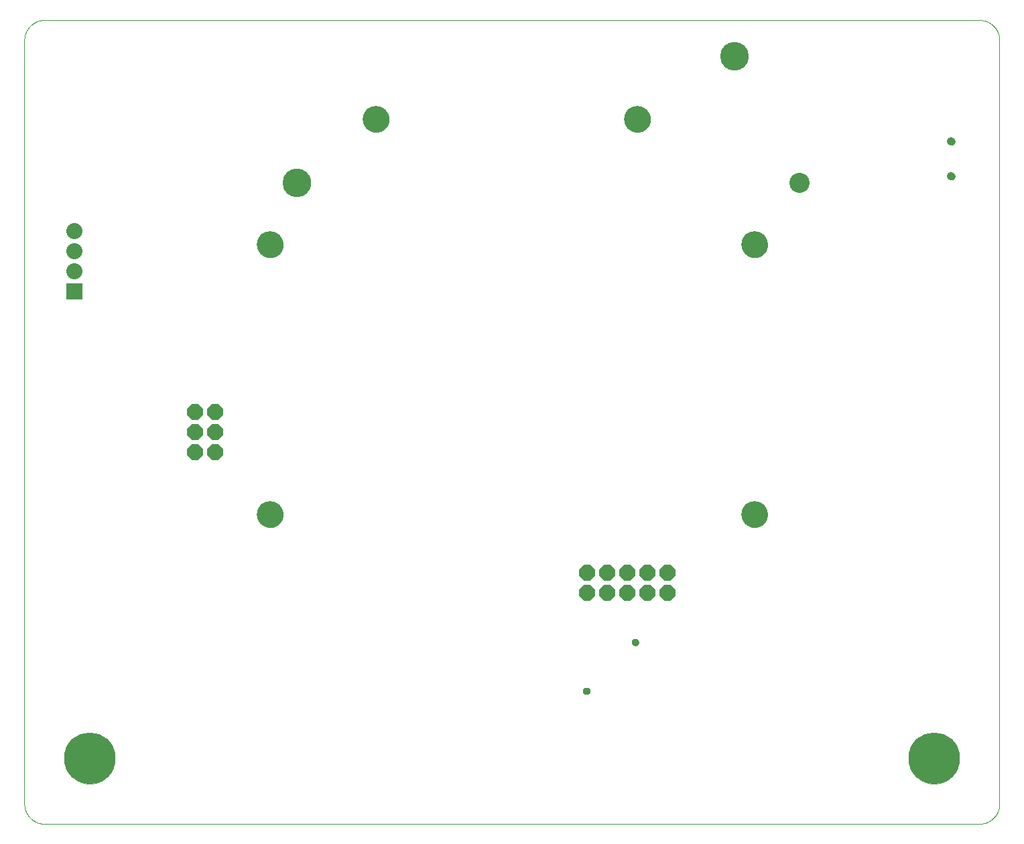
<source format=gbs>
G75*
%MOIN*%
%OFA0B0*%
%FSLAX25Y25*%
%IPPOS*%
%LPD*%
%AMOC8*
5,1,8,0,0,1.08239X$1,22.5*
%
%ADD10C,0.00000*%
%ADD11C,0.25600*%
%ADD12C,0.04143*%
%ADD13C,0.14200*%
%ADD14C,0.10000*%
%ADD15C,0.13198*%
%ADD16OC8,0.08000*%
%ADD17C,0.03750*%
%ADD18R,0.08000X0.08000*%
%ADD19C,0.08000*%
D10*
X0066595Y0088933D02*
X0531595Y0088933D01*
X0531837Y0088936D01*
X0532078Y0088945D01*
X0532319Y0088959D01*
X0532560Y0088980D01*
X0532800Y0089006D01*
X0533040Y0089038D01*
X0533279Y0089076D01*
X0533516Y0089119D01*
X0533753Y0089169D01*
X0533988Y0089224D01*
X0534222Y0089284D01*
X0534454Y0089351D01*
X0534685Y0089422D01*
X0534914Y0089500D01*
X0535141Y0089583D01*
X0535366Y0089671D01*
X0535589Y0089765D01*
X0535809Y0089864D01*
X0536027Y0089969D01*
X0536242Y0090078D01*
X0536455Y0090193D01*
X0536665Y0090313D01*
X0536871Y0090438D01*
X0537075Y0090568D01*
X0537276Y0090703D01*
X0537473Y0090843D01*
X0537667Y0090987D01*
X0537857Y0091136D01*
X0538043Y0091290D01*
X0538226Y0091448D01*
X0538405Y0091610D01*
X0538580Y0091777D01*
X0538751Y0091948D01*
X0538918Y0092123D01*
X0539080Y0092302D01*
X0539238Y0092485D01*
X0539392Y0092671D01*
X0539541Y0092861D01*
X0539685Y0093055D01*
X0539825Y0093252D01*
X0539960Y0093453D01*
X0540090Y0093657D01*
X0540215Y0093863D01*
X0540335Y0094073D01*
X0540450Y0094286D01*
X0540559Y0094501D01*
X0540664Y0094719D01*
X0540763Y0094939D01*
X0540857Y0095162D01*
X0540945Y0095387D01*
X0541028Y0095614D01*
X0541106Y0095843D01*
X0541177Y0096074D01*
X0541244Y0096306D01*
X0541304Y0096540D01*
X0541359Y0096775D01*
X0541409Y0097012D01*
X0541452Y0097249D01*
X0541490Y0097488D01*
X0541522Y0097728D01*
X0541548Y0097968D01*
X0541569Y0098209D01*
X0541583Y0098450D01*
X0541592Y0098691D01*
X0541595Y0098933D01*
X0541595Y0478933D01*
X0541592Y0479175D01*
X0541583Y0479416D01*
X0541569Y0479657D01*
X0541548Y0479898D01*
X0541522Y0480138D01*
X0541490Y0480378D01*
X0541452Y0480617D01*
X0541409Y0480854D01*
X0541359Y0481091D01*
X0541304Y0481326D01*
X0541244Y0481560D01*
X0541177Y0481792D01*
X0541106Y0482023D01*
X0541028Y0482252D01*
X0540945Y0482479D01*
X0540857Y0482704D01*
X0540763Y0482927D01*
X0540664Y0483147D01*
X0540559Y0483365D01*
X0540450Y0483580D01*
X0540335Y0483793D01*
X0540215Y0484003D01*
X0540090Y0484209D01*
X0539960Y0484413D01*
X0539825Y0484614D01*
X0539685Y0484811D01*
X0539541Y0485005D01*
X0539392Y0485195D01*
X0539238Y0485381D01*
X0539080Y0485564D01*
X0538918Y0485743D01*
X0538751Y0485918D01*
X0538580Y0486089D01*
X0538405Y0486256D01*
X0538226Y0486418D01*
X0538043Y0486576D01*
X0537857Y0486730D01*
X0537667Y0486879D01*
X0537473Y0487023D01*
X0537276Y0487163D01*
X0537075Y0487298D01*
X0536871Y0487428D01*
X0536665Y0487553D01*
X0536455Y0487673D01*
X0536242Y0487788D01*
X0536027Y0487897D01*
X0535809Y0488002D01*
X0535589Y0488101D01*
X0535366Y0488195D01*
X0535141Y0488283D01*
X0534914Y0488366D01*
X0534685Y0488444D01*
X0534454Y0488515D01*
X0534222Y0488582D01*
X0533988Y0488642D01*
X0533753Y0488697D01*
X0533516Y0488747D01*
X0533279Y0488790D01*
X0533040Y0488828D01*
X0532800Y0488860D01*
X0532560Y0488886D01*
X0532319Y0488907D01*
X0532078Y0488921D01*
X0531837Y0488930D01*
X0531595Y0488933D01*
X0066595Y0488933D01*
X0066353Y0488930D01*
X0066112Y0488921D01*
X0065871Y0488907D01*
X0065630Y0488886D01*
X0065390Y0488860D01*
X0065150Y0488828D01*
X0064911Y0488790D01*
X0064674Y0488747D01*
X0064437Y0488697D01*
X0064202Y0488642D01*
X0063968Y0488582D01*
X0063736Y0488515D01*
X0063505Y0488444D01*
X0063276Y0488366D01*
X0063049Y0488283D01*
X0062824Y0488195D01*
X0062601Y0488101D01*
X0062381Y0488002D01*
X0062163Y0487897D01*
X0061948Y0487788D01*
X0061735Y0487673D01*
X0061525Y0487553D01*
X0061319Y0487428D01*
X0061115Y0487298D01*
X0060914Y0487163D01*
X0060717Y0487023D01*
X0060523Y0486879D01*
X0060333Y0486730D01*
X0060147Y0486576D01*
X0059964Y0486418D01*
X0059785Y0486256D01*
X0059610Y0486089D01*
X0059439Y0485918D01*
X0059272Y0485743D01*
X0059110Y0485564D01*
X0058952Y0485381D01*
X0058798Y0485195D01*
X0058649Y0485005D01*
X0058505Y0484811D01*
X0058365Y0484614D01*
X0058230Y0484413D01*
X0058100Y0484209D01*
X0057975Y0484003D01*
X0057855Y0483793D01*
X0057740Y0483580D01*
X0057631Y0483365D01*
X0057526Y0483147D01*
X0057427Y0482927D01*
X0057333Y0482704D01*
X0057245Y0482479D01*
X0057162Y0482252D01*
X0057084Y0482023D01*
X0057013Y0481792D01*
X0056946Y0481560D01*
X0056886Y0481326D01*
X0056831Y0481091D01*
X0056781Y0480854D01*
X0056738Y0480617D01*
X0056700Y0480378D01*
X0056668Y0480138D01*
X0056642Y0479898D01*
X0056621Y0479657D01*
X0056607Y0479416D01*
X0056598Y0479175D01*
X0056595Y0478933D01*
X0056595Y0098933D01*
X0056598Y0098691D01*
X0056607Y0098450D01*
X0056621Y0098209D01*
X0056642Y0097968D01*
X0056668Y0097728D01*
X0056700Y0097488D01*
X0056738Y0097249D01*
X0056781Y0097012D01*
X0056831Y0096775D01*
X0056886Y0096540D01*
X0056946Y0096306D01*
X0057013Y0096074D01*
X0057084Y0095843D01*
X0057162Y0095614D01*
X0057245Y0095387D01*
X0057333Y0095162D01*
X0057427Y0094939D01*
X0057526Y0094719D01*
X0057631Y0094501D01*
X0057740Y0094286D01*
X0057855Y0094073D01*
X0057975Y0093863D01*
X0058100Y0093657D01*
X0058230Y0093453D01*
X0058365Y0093252D01*
X0058505Y0093055D01*
X0058649Y0092861D01*
X0058798Y0092671D01*
X0058952Y0092485D01*
X0059110Y0092302D01*
X0059272Y0092123D01*
X0059439Y0091948D01*
X0059610Y0091777D01*
X0059785Y0091610D01*
X0059964Y0091448D01*
X0060147Y0091290D01*
X0060333Y0091136D01*
X0060523Y0090987D01*
X0060717Y0090843D01*
X0060914Y0090703D01*
X0061115Y0090568D01*
X0061319Y0090438D01*
X0061525Y0090313D01*
X0061735Y0090193D01*
X0061948Y0090078D01*
X0062163Y0089969D01*
X0062381Y0089864D01*
X0062601Y0089765D01*
X0062824Y0089671D01*
X0063049Y0089583D01*
X0063276Y0089500D01*
X0063505Y0089422D01*
X0063736Y0089351D01*
X0063968Y0089284D01*
X0064202Y0089224D01*
X0064437Y0089169D01*
X0064674Y0089119D01*
X0064911Y0089076D01*
X0065150Y0089038D01*
X0065390Y0089006D01*
X0065630Y0088980D01*
X0065871Y0088959D01*
X0066112Y0088945D01*
X0066353Y0088936D01*
X0066595Y0088933D01*
X0076595Y0121433D02*
X0076599Y0121740D01*
X0076610Y0122046D01*
X0076629Y0122353D01*
X0076655Y0122658D01*
X0076689Y0122963D01*
X0076730Y0123267D01*
X0076779Y0123570D01*
X0076835Y0123872D01*
X0076899Y0124172D01*
X0076970Y0124470D01*
X0077048Y0124767D01*
X0077133Y0125062D01*
X0077226Y0125354D01*
X0077326Y0125644D01*
X0077433Y0125932D01*
X0077547Y0126217D01*
X0077667Y0126499D01*
X0077795Y0126777D01*
X0077930Y0127053D01*
X0078071Y0127325D01*
X0078219Y0127594D01*
X0078373Y0127859D01*
X0078534Y0128120D01*
X0078702Y0128378D01*
X0078875Y0128631D01*
X0079055Y0128879D01*
X0079241Y0129123D01*
X0079432Y0129363D01*
X0079630Y0129598D01*
X0079833Y0129827D01*
X0080042Y0130052D01*
X0080256Y0130272D01*
X0080476Y0130486D01*
X0080701Y0130695D01*
X0080930Y0130898D01*
X0081165Y0131096D01*
X0081405Y0131287D01*
X0081649Y0131473D01*
X0081897Y0131653D01*
X0082150Y0131826D01*
X0082408Y0131994D01*
X0082669Y0132155D01*
X0082934Y0132309D01*
X0083203Y0132457D01*
X0083475Y0132598D01*
X0083751Y0132733D01*
X0084029Y0132861D01*
X0084311Y0132981D01*
X0084596Y0133095D01*
X0084884Y0133202D01*
X0085174Y0133302D01*
X0085466Y0133395D01*
X0085761Y0133480D01*
X0086058Y0133558D01*
X0086356Y0133629D01*
X0086656Y0133693D01*
X0086958Y0133749D01*
X0087261Y0133798D01*
X0087565Y0133839D01*
X0087870Y0133873D01*
X0088175Y0133899D01*
X0088482Y0133918D01*
X0088788Y0133929D01*
X0089095Y0133933D01*
X0089402Y0133929D01*
X0089708Y0133918D01*
X0090015Y0133899D01*
X0090320Y0133873D01*
X0090625Y0133839D01*
X0090929Y0133798D01*
X0091232Y0133749D01*
X0091534Y0133693D01*
X0091834Y0133629D01*
X0092132Y0133558D01*
X0092429Y0133480D01*
X0092724Y0133395D01*
X0093016Y0133302D01*
X0093306Y0133202D01*
X0093594Y0133095D01*
X0093879Y0132981D01*
X0094161Y0132861D01*
X0094439Y0132733D01*
X0094715Y0132598D01*
X0094987Y0132457D01*
X0095256Y0132309D01*
X0095521Y0132155D01*
X0095782Y0131994D01*
X0096040Y0131826D01*
X0096293Y0131653D01*
X0096541Y0131473D01*
X0096785Y0131287D01*
X0097025Y0131096D01*
X0097260Y0130898D01*
X0097489Y0130695D01*
X0097714Y0130486D01*
X0097934Y0130272D01*
X0098148Y0130052D01*
X0098357Y0129827D01*
X0098560Y0129598D01*
X0098758Y0129363D01*
X0098949Y0129123D01*
X0099135Y0128879D01*
X0099315Y0128631D01*
X0099488Y0128378D01*
X0099656Y0128120D01*
X0099817Y0127859D01*
X0099971Y0127594D01*
X0100119Y0127325D01*
X0100260Y0127053D01*
X0100395Y0126777D01*
X0100523Y0126499D01*
X0100643Y0126217D01*
X0100757Y0125932D01*
X0100864Y0125644D01*
X0100964Y0125354D01*
X0101057Y0125062D01*
X0101142Y0124767D01*
X0101220Y0124470D01*
X0101291Y0124172D01*
X0101355Y0123872D01*
X0101411Y0123570D01*
X0101460Y0123267D01*
X0101501Y0122963D01*
X0101535Y0122658D01*
X0101561Y0122353D01*
X0101580Y0122046D01*
X0101591Y0121740D01*
X0101595Y0121433D01*
X0101591Y0121126D01*
X0101580Y0120820D01*
X0101561Y0120513D01*
X0101535Y0120208D01*
X0101501Y0119903D01*
X0101460Y0119599D01*
X0101411Y0119296D01*
X0101355Y0118994D01*
X0101291Y0118694D01*
X0101220Y0118396D01*
X0101142Y0118099D01*
X0101057Y0117804D01*
X0100964Y0117512D01*
X0100864Y0117222D01*
X0100757Y0116934D01*
X0100643Y0116649D01*
X0100523Y0116367D01*
X0100395Y0116089D01*
X0100260Y0115813D01*
X0100119Y0115541D01*
X0099971Y0115272D01*
X0099817Y0115007D01*
X0099656Y0114746D01*
X0099488Y0114488D01*
X0099315Y0114235D01*
X0099135Y0113987D01*
X0098949Y0113743D01*
X0098758Y0113503D01*
X0098560Y0113268D01*
X0098357Y0113039D01*
X0098148Y0112814D01*
X0097934Y0112594D01*
X0097714Y0112380D01*
X0097489Y0112171D01*
X0097260Y0111968D01*
X0097025Y0111770D01*
X0096785Y0111579D01*
X0096541Y0111393D01*
X0096293Y0111213D01*
X0096040Y0111040D01*
X0095782Y0110872D01*
X0095521Y0110711D01*
X0095256Y0110557D01*
X0094987Y0110409D01*
X0094715Y0110268D01*
X0094439Y0110133D01*
X0094161Y0110005D01*
X0093879Y0109885D01*
X0093594Y0109771D01*
X0093306Y0109664D01*
X0093016Y0109564D01*
X0092724Y0109471D01*
X0092429Y0109386D01*
X0092132Y0109308D01*
X0091834Y0109237D01*
X0091534Y0109173D01*
X0091232Y0109117D01*
X0090929Y0109068D01*
X0090625Y0109027D01*
X0090320Y0108993D01*
X0090015Y0108967D01*
X0089708Y0108948D01*
X0089402Y0108937D01*
X0089095Y0108933D01*
X0088788Y0108937D01*
X0088482Y0108948D01*
X0088175Y0108967D01*
X0087870Y0108993D01*
X0087565Y0109027D01*
X0087261Y0109068D01*
X0086958Y0109117D01*
X0086656Y0109173D01*
X0086356Y0109237D01*
X0086058Y0109308D01*
X0085761Y0109386D01*
X0085466Y0109471D01*
X0085174Y0109564D01*
X0084884Y0109664D01*
X0084596Y0109771D01*
X0084311Y0109885D01*
X0084029Y0110005D01*
X0083751Y0110133D01*
X0083475Y0110268D01*
X0083203Y0110409D01*
X0082934Y0110557D01*
X0082669Y0110711D01*
X0082408Y0110872D01*
X0082150Y0111040D01*
X0081897Y0111213D01*
X0081649Y0111393D01*
X0081405Y0111579D01*
X0081165Y0111770D01*
X0080930Y0111968D01*
X0080701Y0112171D01*
X0080476Y0112380D01*
X0080256Y0112594D01*
X0080042Y0112814D01*
X0079833Y0113039D01*
X0079630Y0113268D01*
X0079432Y0113503D01*
X0079241Y0113743D01*
X0079055Y0113987D01*
X0078875Y0114235D01*
X0078702Y0114488D01*
X0078534Y0114746D01*
X0078373Y0115007D01*
X0078219Y0115272D01*
X0078071Y0115541D01*
X0077930Y0115813D01*
X0077795Y0116089D01*
X0077667Y0116367D01*
X0077547Y0116649D01*
X0077433Y0116934D01*
X0077326Y0117222D01*
X0077226Y0117512D01*
X0077133Y0117804D01*
X0077048Y0118099D01*
X0076970Y0118396D01*
X0076899Y0118694D01*
X0076835Y0118994D01*
X0076779Y0119296D01*
X0076730Y0119599D01*
X0076689Y0119903D01*
X0076655Y0120208D01*
X0076629Y0120513D01*
X0076610Y0120820D01*
X0076599Y0121126D01*
X0076595Y0121433D01*
X0172540Y0242870D02*
X0172542Y0243028D01*
X0172548Y0243186D01*
X0172558Y0243344D01*
X0172572Y0243502D01*
X0172590Y0243659D01*
X0172611Y0243816D01*
X0172637Y0243972D01*
X0172667Y0244128D01*
X0172700Y0244283D01*
X0172738Y0244436D01*
X0172779Y0244589D01*
X0172824Y0244741D01*
X0172873Y0244892D01*
X0172926Y0245041D01*
X0172982Y0245189D01*
X0173042Y0245335D01*
X0173106Y0245480D01*
X0173174Y0245623D01*
X0173245Y0245765D01*
X0173319Y0245905D01*
X0173397Y0246042D01*
X0173479Y0246178D01*
X0173563Y0246312D01*
X0173652Y0246443D01*
X0173743Y0246572D01*
X0173838Y0246699D01*
X0173935Y0246824D01*
X0174036Y0246946D01*
X0174140Y0247065D01*
X0174247Y0247182D01*
X0174357Y0247296D01*
X0174470Y0247407D01*
X0174585Y0247516D01*
X0174703Y0247621D01*
X0174824Y0247723D01*
X0174947Y0247823D01*
X0175073Y0247919D01*
X0175201Y0248012D01*
X0175331Y0248102D01*
X0175464Y0248188D01*
X0175599Y0248272D01*
X0175735Y0248351D01*
X0175874Y0248428D01*
X0176015Y0248500D01*
X0176157Y0248570D01*
X0176301Y0248635D01*
X0176447Y0248697D01*
X0176594Y0248755D01*
X0176743Y0248810D01*
X0176893Y0248861D01*
X0177044Y0248908D01*
X0177196Y0248951D01*
X0177349Y0248990D01*
X0177504Y0249026D01*
X0177659Y0249057D01*
X0177815Y0249085D01*
X0177971Y0249109D01*
X0178128Y0249129D01*
X0178286Y0249145D01*
X0178443Y0249157D01*
X0178602Y0249165D01*
X0178760Y0249169D01*
X0178918Y0249169D01*
X0179076Y0249165D01*
X0179235Y0249157D01*
X0179392Y0249145D01*
X0179550Y0249129D01*
X0179707Y0249109D01*
X0179863Y0249085D01*
X0180019Y0249057D01*
X0180174Y0249026D01*
X0180329Y0248990D01*
X0180482Y0248951D01*
X0180634Y0248908D01*
X0180785Y0248861D01*
X0180935Y0248810D01*
X0181084Y0248755D01*
X0181231Y0248697D01*
X0181377Y0248635D01*
X0181521Y0248570D01*
X0181663Y0248500D01*
X0181804Y0248428D01*
X0181943Y0248351D01*
X0182079Y0248272D01*
X0182214Y0248188D01*
X0182347Y0248102D01*
X0182477Y0248012D01*
X0182605Y0247919D01*
X0182731Y0247823D01*
X0182854Y0247723D01*
X0182975Y0247621D01*
X0183093Y0247516D01*
X0183208Y0247407D01*
X0183321Y0247296D01*
X0183431Y0247182D01*
X0183538Y0247065D01*
X0183642Y0246946D01*
X0183743Y0246824D01*
X0183840Y0246699D01*
X0183935Y0246572D01*
X0184026Y0246443D01*
X0184115Y0246312D01*
X0184199Y0246178D01*
X0184281Y0246042D01*
X0184359Y0245905D01*
X0184433Y0245765D01*
X0184504Y0245623D01*
X0184572Y0245480D01*
X0184636Y0245335D01*
X0184696Y0245189D01*
X0184752Y0245041D01*
X0184805Y0244892D01*
X0184854Y0244741D01*
X0184899Y0244589D01*
X0184940Y0244436D01*
X0184978Y0244283D01*
X0185011Y0244128D01*
X0185041Y0243972D01*
X0185067Y0243816D01*
X0185088Y0243659D01*
X0185106Y0243502D01*
X0185120Y0243344D01*
X0185130Y0243186D01*
X0185136Y0243028D01*
X0185138Y0242870D01*
X0185136Y0242712D01*
X0185130Y0242554D01*
X0185120Y0242396D01*
X0185106Y0242238D01*
X0185088Y0242081D01*
X0185067Y0241924D01*
X0185041Y0241768D01*
X0185011Y0241612D01*
X0184978Y0241457D01*
X0184940Y0241304D01*
X0184899Y0241151D01*
X0184854Y0240999D01*
X0184805Y0240848D01*
X0184752Y0240699D01*
X0184696Y0240551D01*
X0184636Y0240405D01*
X0184572Y0240260D01*
X0184504Y0240117D01*
X0184433Y0239975D01*
X0184359Y0239835D01*
X0184281Y0239698D01*
X0184199Y0239562D01*
X0184115Y0239428D01*
X0184026Y0239297D01*
X0183935Y0239168D01*
X0183840Y0239041D01*
X0183743Y0238916D01*
X0183642Y0238794D01*
X0183538Y0238675D01*
X0183431Y0238558D01*
X0183321Y0238444D01*
X0183208Y0238333D01*
X0183093Y0238224D01*
X0182975Y0238119D01*
X0182854Y0238017D01*
X0182731Y0237917D01*
X0182605Y0237821D01*
X0182477Y0237728D01*
X0182347Y0237638D01*
X0182214Y0237552D01*
X0182079Y0237468D01*
X0181943Y0237389D01*
X0181804Y0237312D01*
X0181663Y0237240D01*
X0181521Y0237170D01*
X0181377Y0237105D01*
X0181231Y0237043D01*
X0181084Y0236985D01*
X0180935Y0236930D01*
X0180785Y0236879D01*
X0180634Y0236832D01*
X0180482Y0236789D01*
X0180329Y0236750D01*
X0180174Y0236714D01*
X0180019Y0236683D01*
X0179863Y0236655D01*
X0179707Y0236631D01*
X0179550Y0236611D01*
X0179392Y0236595D01*
X0179235Y0236583D01*
X0179076Y0236575D01*
X0178918Y0236571D01*
X0178760Y0236571D01*
X0178602Y0236575D01*
X0178443Y0236583D01*
X0178286Y0236595D01*
X0178128Y0236611D01*
X0177971Y0236631D01*
X0177815Y0236655D01*
X0177659Y0236683D01*
X0177504Y0236714D01*
X0177349Y0236750D01*
X0177196Y0236789D01*
X0177044Y0236832D01*
X0176893Y0236879D01*
X0176743Y0236930D01*
X0176594Y0236985D01*
X0176447Y0237043D01*
X0176301Y0237105D01*
X0176157Y0237170D01*
X0176015Y0237240D01*
X0175874Y0237312D01*
X0175735Y0237389D01*
X0175599Y0237468D01*
X0175464Y0237552D01*
X0175331Y0237638D01*
X0175201Y0237728D01*
X0175073Y0237821D01*
X0174947Y0237917D01*
X0174824Y0238017D01*
X0174703Y0238119D01*
X0174585Y0238224D01*
X0174470Y0238333D01*
X0174357Y0238444D01*
X0174247Y0238558D01*
X0174140Y0238675D01*
X0174036Y0238794D01*
X0173935Y0238916D01*
X0173838Y0239041D01*
X0173743Y0239168D01*
X0173652Y0239297D01*
X0173563Y0239428D01*
X0173479Y0239562D01*
X0173397Y0239698D01*
X0173319Y0239835D01*
X0173245Y0239975D01*
X0173174Y0240117D01*
X0173106Y0240260D01*
X0173042Y0240405D01*
X0172982Y0240551D01*
X0172926Y0240699D01*
X0172873Y0240848D01*
X0172824Y0240999D01*
X0172779Y0241151D01*
X0172738Y0241304D01*
X0172700Y0241457D01*
X0172667Y0241612D01*
X0172637Y0241768D01*
X0172611Y0241924D01*
X0172590Y0242081D01*
X0172572Y0242238D01*
X0172558Y0242396D01*
X0172548Y0242554D01*
X0172542Y0242712D01*
X0172540Y0242870D01*
X0172540Y0377122D02*
X0172542Y0377280D01*
X0172548Y0377438D01*
X0172558Y0377596D01*
X0172572Y0377754D01*
X0172590Y0377911D01*
X0172611Y0378068D01*
X0172637Y0378224D01*
X0172667Y0378380D01*
X0172700Y0378535D01*
X0172738Y0378688D01*
X0172779Y0378841D01*
X0172824Y0378993D01*
X0172873Y0379144D01*
X0172926Y0379293D01*
X0172982Y0379441D01*
X0173042Y0379587D01*
X0173106Y0379732D01*
X0173174Y0379875D01*
X0173245Y0380017D01*
X0173319Y0380157D01*
X0173397Y0380294D01*
X0173479Y0380430D01*
X0173563Y0380564D01*
X0173652Y0380695D01*
X0173743Y0380824D01*
X0173838Y0380951D01*
X0173935Y0381076D01*
X0174036Y0381198D01*
X0174140Y0381317D01*
X0174247Y0381434D01*
X0174357Y0381548D01*
X0174470Y0381659D01*
X0174585Y0381768D01*
X0174703Y0381873D01*
X0174824Y0381975D01*
X0174947Y0382075D01*
X0175073Y0382171D01*
X0175201Y0382264D01*
X0175331Y0382354D01*
X0175464Y0382440D01*
X0175599Y0382524D01*
X0175735Y0382603D01*
X0175874Y0382680D01*
X0176015Y0382752D01*
X0176157Y0382822D01*
X0176301Y0382887D01*
X0176447Y0382949D01*
X0176594Y0383007D01*
X0176743Y0383062D01*
X0176893Y0383113D01*
X0177044Y0383160D01*
X0177196Y0383203D01*
X0177349Y0383242D01*
X0177504Y0383278D01*
X0177659Y0383309D01*
X0177815Y0383337D01*
X0177971Y0383361D01*
X0178128Y0383381D01*
X0178286Y0383397D01*
X0178443Y0383409D01*
X0178602Y0383417D01*
X0178760Y0383421D01*
X0178918Y0383421D01*
X0179076Y0383417D01*
X0179235Y0383409D01*
X0179392Y0383397D01*
X0179550Y0383381D01*
X0179707Y0383361D01*
X0179863Y0383337D01*
X0180019Y0383309D01*
X0180174Y0383278D01*
X0180329Y0383242D01*
X0180482Y0383203D01*
X0180634Y0383160D01*
X0180785Y0383113D01*
X0180935Y0383062D01*
X0181084Y0383007D01*
X0181231Y0382949D01*
X0181377Y0382887D01*
X0181521Y0382822D01*
X0181663Y0382752D01*
X0181804Y0382680D01*
X0181943Y0382603D01*
X0182079Y0382524D01*
X0182214Y0382440D01*
X0182347Y0382354D01*
X0182477Y0382264D01*
X0182605Y0382171D01*
X0182731Y0382075D01*
X0182854Y0381975D01*
X0182975Y0381873D01*
X0183093Y0381768D01*
X0183208Y0381659D01*
X0183321Y0381548D01*
X0183431Y0381434D01*
X0183538Y0381317D01*
X0183642Y0381198D01*
X0183743Y0381076D01*
X0183840Y0380951D01*
X0183935Y0380824D01*
X0184026Y0380695D01*
X0184115Y0380564D01*
X0184199Y0380430D01*
X0184281Y0380294D01*
X0184359Y0380157D01*
X0184433Y0380017D01*
X0184504Y0379875D01*
X0184572Y0379732D01*
X0184636Y0379587D01*
X0184696Y0379441D01*
X0184752Y0379293D01*
X0184805Y0379144D01*
X0184854Y0378993D01*
X0184899Y0378841D01*
X0184940Y0378688D01*
X0184978Y0378535D01*
X0185011Y0378380D01*
X0185041Y0378224D01*
X0185067Y0378068D01*
X0185088Y0377911D01*
X0185106Y0377754D01*
X0185120Y0377596D01*
X0185130Y0377438D01*
X0185136Y0377280D01*
X0185138Y0377122D01*
X0185136Y0376964D01*
X0185130Y0376806D01*
X0185120Y0376648D01*
X0185106Y0376490D01*
X0185088Y0376333D01*
X0185067Y0376176D01*
X0185041Y0376020D01*
X0185011Y0375864D01*
X0184978Y0375709D01*
X0184940Y0375556D01*
X0184899Y0375403D01*
X0184854Y0375251D01*
X0184805Y0375100D01*
X0184752Y0374951D01*
X0184696Y0374803D01*
X0184636Y0374657D01*
X0184572Y0374512D01*
X0184504Y0374369D01*
X0184433Y0374227D01*
X0184359Y0374087D01*
X0184281Y0373950D01*
X0184199Y0373814D01*
X0184115Y0373680D01*
X0184026Y0373549D01*
X0183935Y0373420D01*
X0183840Y0373293D01*
X0183743Y0373168D01*
X0183642Y0373046D01*
X0183538Y0372927D01*
X0183431Y0372810D01*
X0183321Y0372696D01*
X0183208Y0372585D01*
X0183093Y0372476D01*
X0182975Y0372371D01*
X0182854Y0372269D01*
X0182731Y0372169D01*
X0182605Y0372073D01*
X0182477Y0371980D01*
X0182347Y0371890D01*
X0182214Y0371804D01*
X0182079Y0371720D01*
X0181943Y0371641D01*
X0181804Y0371564D01*
X0181663Y0371492D01*
X0181521Y0371422D01*
X0181377Y0371357D01*
X0181231Y0371295D01*
X0181084Y0371237D01*
X0180935Y0371182D01*
X0180785Y0371131D01*
X0180634Y0371084D01*
X0180482Y0371041D01*
X0180329Y0371002D01*
X0180174Y0370966D01*
X0180019Y0370935D01*
X0179863Y0370907D01*
X0179707Y0370883D01*
X0179550Y0370863D01*
X0179392Y0370847D01*
X0179235Y0370835D01*
X0179076Y0370827D01*
X0178918Y0370823D01*
X0178760Y0370823D01*
X0178602Y0370827D01*
X0178443Y0370835D01*
X0178286Y0370847D01*
X0178128Y0370863D01*
X0177971Y0370883D01*
X0177815Y0370907D01*
X0177659Y0370935D01*
X0177504Y0370966D01*
X0177349Y0371002D01*
X0177196Y0371041D01*
X0177044Y0371084D01*
X0176893Y0371131D01*
X0176743Y0371182D01*
X0176594Y0371237D01*
X0176447Y0371295D01*
X0176301Y0371357D01*
X0176157Y0371422D01*
X0176015Y0371492D01*
X0175874Y0371564D01*
X0175735Y0371641D01*
X0175599Y0371720D01*
X0175464Y0371804D01*
X0175331Y0371890D01*
X0175201Y0371980D01*
X0175073Y0372073D01*
X0174947Y0372169D01*
X0174824Y0372269D01*
X0174703Y0372371D01*
X0174585Y0372476D01*
X0174470Y0372585D01*
X0174357Y0372696D01*
X0174247Y0372810D01*
X0174140Y0372927D01*
X0174036Y0373046D01*
X0173935Y0373168D01*
X0173838Y0373293D01*
X0173743Y0373420D01*
X0173652Y0373549D01*
X0173563Y0373680D01*
X0173479Y0373814D01*
X0173397Y0373950D01*
X0173319Y0374087D01*
X0173245Y0374227D01*
X0173174Y0374369D01*
X0173106Y0374512D01*
X0173042Y0374657D01*
X0172982Y0374803D01*
X0172926Y0374951D01*
X0172873Y0375100D01*
X0172824Y0375251D01*
X0172779Y0375403D01*
X0172738Y0375556D01*
X0172700Y0375709D01*
X0172667Y0375864D01*
X0172637Y0376020D01*
X0172611Y0376176D01*
X0172590Y0376333D01*
X0172572Y0376490D01*
X0172558Y0376648D01*
X0172548Y0376806D01*
X0172542Y0376964D01*
X0172540Y0377122D01*
X0185345Y0408083D02*
X0185347Y0408250D01*
X0185353Y0408417D01*
X0185363Y0408583D01*
X0185378Y0408750D01*
X0185396Y0408915D01*
X0185419Y0409081D01*
X0185445Y0409246D01*
X0185476Y0409410D01*
X0185510Y0409573D01*
X0185549Y0409735D01*
X0185591Y0409897D01*
X0185638Y0410057D01*
X0185688Y0410216D01*
X0185743Y0410374D01*
X0185801Y0410530D01*
X0185863Y0410685D01*
X0185928Y0410839D01*
X0185998Y0410990D01*
X0186071Y0411140D01*
X0186148Y0411288D01*
X0186228Y0411435D01*
X0186312Y0411579D01*
X0186400Y0411721D01*
X0186491Y0411861D01*
X0186585Y0411998D01*
X0186683Y0412134D01*
X0186784Y0412267D01*
X0186889Y0412397D01*
X0186996Y0412525D01*
X0187107Y0412650D01*
X0187220Y0412772D01*
X0187337Y0412891D01*
X0187456Y0413008D01*
X0187578Y0413121D01*
X0187703Y0413232D01*
X0187831Y0413339D01*
X0187961Y0413444D01*
X0188094Y0413545D01*
X0188230Y0413643D01*
X0188367Y0413737D01*
X0188507Y0413828D01*
X0188649Y0413916D01*
X0188793Y0414000D01*
X0188940Y0414080D01*
X0189088Y0414157D01*
X0189238Y0414230D01*
X0189389Y0414300D01*
X0189543Y0414365D01*
X0189698Y0414427D01*
X0189854Y0414485D01*
X0190012Y0414540D01*
X0190171Y0414590D01*
X0190331Y0414637D01*
X0190493Y0414679D01*
X0190655Y0414718D01*
X0190818Y0414752D01*
X0190982Y0414783D01*
X0191147Y0414809D01*
X0191313Y0414832D01*
X0191478Y0414850D01*
X0191645Y0414865D01*
X0191811Y0414875D01*
X0191978Y0414881D01*
X0192145Y0414883D01*
X0192312Y0414881D01*
X0192479Y0414875D01*
X0192645Y0414865D01*
X0192812Y0414850D01*
X0192977Y0414832D01*
X0193143Y0414809D01*
X0193308Y0414783D01*
X0193472Y0414752D01*
X0193635Y0414718D01*
X0193797Y0414679D01*
X0193959Y0414637D01*
X0194119Y0414590D01*
X0194278Y0414540D01*
X0194436Y0414485D01*
X0194592Y0414427D01*
X0194747Y0414365D01*
X0194901Y0414300D01*
X0195052Y0414230D01*
X0195202Y0414157D01*
X0195350Y0414080D01*
X0195497Y0414000D01*
X0195641Y0413916D01*
X0195783Y0413828D01*
X0195923Y0413737D01*
X0196060Y0413643D01*
X0196196Y0413545D01*
X0196329Y0413444D01*
X0196459Y0413339D01*
X0196587Y0413232D01*
X0196712Y0413121D01*
X0196834Y0413008D01*
X0196953Y0412891D01*
X0197070Y0412772D01*
X0197183Y0412650D01*
X0197294Y0412525D01*
X0197401Y0412397D01*
X0197506Y0412267D01*
X0197607Y0412134D01*
X0197705Y0411998D01*
X0197799Y0411861D01*
X0197890Y0411721D01*
X0197978Y0411579D01*
X0198062Y0411435D01*
X0198142Y0411288D01*
X0198219Y0411140D01*
X0198292Y0410990D01*
X0198362Y0410839D01*
X0198427Y0410685D01*
X0198489Y0410530D01*
X0198547Y0410374D01*
X0198602Y0410216D01*
X0198652Y0410057D01*
X0198699Y0409897D01*
X0198741Y0409735D01*
X0198780Y0409573D01*
X0198814Y0409410D01*
X0198845Y0409246D01*
X0198871Y0409081D01*
X0198894Y0408915D01*
X0198912Y0408750D01*
X0198927Y0408583D01*
X0198937Y0408417D01*
X0198943Y0408250D01*
X0198945Y0408083D01*
X0198943Y0407916D01*
X0198937Y0407749D01*
X0198927Y0407583D01*
X0198912Y0407416D01*
X0198894Y0407251D01*
X0198871Y0407085D01*
X0198845Y0406920D01*
X0198814Y0406756D01*
X0198780Y0406593D01*
X0198741Y0406431D01*
X0198699Y0406269D01*
X0198652Y0406109D01*
X0198602Y0405950D01*
X0198547Y0405792D01*
X0198489Y0405636D01*
X0198427Y0405481D01*
X0198362Y0405327D01*
X0198292Y0405176D01*
X0198219Y0405026D01*
X0198142Y0404878D01*
X0198062Y0404731D01*
X0197978Y0404587D01*
X0197890Y0404445D01*
X0197799Y0404305D01*
X0197705Y0404168D01*
X0197607Y0404032D01*
X0197506Y0403899D01*
X0197401Y0403769D01*
X0197294Y0403641D01*
X0197183Y0403516D01*
X0197070Y0403394D01*
X0196953Y0403275D01*
X0196834Y0403158D01*
X0196712Y0403045D01*
X0196587Y0402934D01*
X0196459Y0402827D01*
X0196329Y0402722D01*
X0196196Y0402621D01*
X0196060Y0402523D01*
X0195923Y0402429D01*
X0195783Y0402338D01*
X0195641Y0402250D01*
X0195497Y0402166D01*
X0195350Y0402086D01*
X0195202Y0402009D01*
X0195052Y0401936D01*
X0194901Y0401866D01*
X0194747Y0401801D01*
X0194592Y0401739D01*
X0194436Y0401681D01*
X0194278Y0401626D01*
X0194119Y0401576D01*
X0193959Y0401529D01*
X0193797Y0401487D01*
X0193635Y0401448D01*
X0193472Y0401414D01*
X0193308Y0401383D01*
X0193143Y0401357D01*
X0192977Y0401334D01*
X0192812Y0401316D01*
X0192645Y0401301D01*
X0192479Y0401291D01*
X0192312Y0401285D01*
X0192145Y0401283D01*
X0191978Y0401285D01*
X0191811Y0401291D01*
X0191645Y0401301D01*
X0191478Y0401316D01*
X0191313Y0401334D01*
X0191147Y0401357D01*
X0190982Y0401383D01*
X0190818Y0401414D01*
X0190655Y0401448D01*
X0190493Y0401487D01*
X0190331Y0401529D01*
X0190171Y0401576D01*
X0190012Y0401626D01*
X0189854Y0401681D01*
X0189698Y0401739D01*
X0189543Y0401801D01*
X0189389Y0401866D01*
X0189238Y0401936D01*
X0189088Y0402009D01*
X0188940Y0402086D01*
X0188793Y0402166D01*
X0188649Y0402250D01*
X0188507Y0402338D01*
X0188367Y0402429D01*
X0188230Y0402523D01*
X0188094Y0402621D01*
X0187961Y0402722D01*
X0187831Y0402827D01*
X0187703Y0402934D01*
X0187578Y0403045D01*
X0187456Y0403158D01*
X0187337Y0403275D01*
X0187220Y0403394D01*
X0187107Y0403516D01*
X0186996Y0403641D01*
X0186889Y0403769D01*
X0186784Y0403899D01*
X0186683Y0404032D01*
X0186585Y0404168D01*
X0186491Y0404305D01*
X0186400Y0404445D01*
X0186312Y0404587D01*
X0186228Y0404731D01*
X0186148Y0404878D01*
X0186071Y0405026D01*
X0185998Y0405176D01*
X0185928Y0405327D01*
X0185863Y0405481D01*
X0185801Y0405636D01*
X0185743Y0405792D01*
X0185688Y0405950D01*
X0185638Y0406109D01*
X0185591Y0406269D01*
X0185549Y0406431D01*
X0185510Y0406593D01*
X0185476Y0406756D01*
X0185445Y0406920D01*
X0185419Y0407085D01*
X0185396Y0407251D01*
X0185378Y0407416D01*
X0185363Y0407583D01*
X0185353Y0407749D01*
X0185347Y0407916D01*
X0185345Y0408083D01*
X0225296Y0439583D02*
X0225298Y0439741D01*
X0225304Y0439899D01*
X0225314Y0440057D01*
X0225328Y0440215D01*
X0225346Y0440372D01*
X0225367Y0440529D01*
X0225393Y0440685D01*
X0225423Y0440841D01*
X0225456Y0440996D01*
X0225494Y0441149D01*
X0225535Y0441302D01*
X0225580Y0441454D01*
X0225629Y0441605D01*
X0225682Y0441754D01*
X0225738Y0441902D01*
X0225798Y0442048D01*
X0225862Y0442193D01*
X0225930Y0442336D01*
X0226001Y0442478D01*
X0226075Y0442618D01*
X0226153Y0442755D01*
X0226235Y0442891D01*
X0226319Y0443025D01*
X0226408Y0443156D01*
X0226499Y0443285D01*
X0226594Y0443412D01*
X0226691Y0443537D01*
X0226792Y0443659D01*
X0226896Y0443778D01*
X0227003Y0443895D01*
X0227113Y0444009D01*
X0227226Y0444120D01*
X0227341Y0444229D01*
X0227459Y0444334D01*
X0227580Y0444436D01*
X0227703Y0444536D01*
X0227829Y0444632D01*
X0227957Y0444725D01*
X0228087Y0444815D01*
X0228220Y0444901D01*
X0228355Y0444985D01*
X0228491Y0445064D01*
X0228630Y0445141D01*
X0228771Y0445213D01*
X0228913Y0445283D01*
X0229057Y0445348D01*
X0229203Y0445410D01*
X0229350Y0445468D01*
X0229499Y0445523D01*
X0229649Y0445574D01*
X0229800Y0445621D01*
X0229952Y0445664D01*
X0230105Y0445703D01*
X0230260Y0445739D01*
X0230415Y0445770D01*
X0230571Y0445798D01*
X0230727Y0445822D01*
X0230884Y0445842D01*
X0231042Y0445858D01*
X0231199Y0445870D01*
X0231358Y0445878D01*
X0231516Y0445882D01*
X0231674Y0445882D01*
X0231832Y0445878D01*
X0231991Y0445870D01*
X0232148Y0445858D01*
X0232306Y0445842D01*
X0232463Y0445822D01*
X0232619Y0445798D01*
X0232775Y0445770D01*
X0232930Y0445739D01*
X0233085Y0445703D01*
X0233238Y0445664D01*
X0233390Y0445621D01*
X0233541Y0445574D01*
X0233691Y0445523D01*
X0233840Y0445468D01*
X0233987Y0445410D01*
X0234133Y0445348D01*
X0234277Y0445283D01*
X0234419Y0445213D01*
X0234560Y0445141D01*
X0234699Y0445064D01*
X0234835Y0444985D01*
X0234970Y0444901D01*
X0235103Y0444815D01*
X0235233Y0444725D01*
X0235361Y0444632D01*
X0235487Y0444536D01*
X0235610Y0444436D01*
X0235731Y0444334D01*
X0235849Y0444229D01*
X0235964Y0444120D01*
X0236077Y0444009D01*
X0236187Y0443895D01*
X0236294Y0443778D01*
X0236398Y0443659D01*
X0236499Y0443537D01*
X0236596Y0443412D01*
X0236691Y0443285D01*
X0236782Y0443156D01*
X0236871Y0443025D01*
X0236955Y0442891D01*
X0237037Y0442755D01*
X0237115Y0442618D01*
X0237189Y0442478D01*
X0237260Y0442336D01*
X0237328Y0442193D01*
X0237392Y0442048D01*
X0237452Y0441902D01*
X0237508Y0441754D01*
X0237561Y0441605D01*
X0237610Y0441454D01*
X0237655Y0441302D01*
X0237696Y0441149D01*
X0237734Y0440996D01*
X0237767Y0440841D01*
X0237797Y0440685D01*
X0237823Y0440529D01*
X0237844Y0440372D01*
X0237862Y0440215D01*
X0237876Y0440057D01*
X0237886Y0439899D01*
X0237892Y0439741D01*
X0237894Y0439583D01*
X0237892Y0439425D01*
X0237886Y0439267D01*
X0237876Y0439109D01*
X0237862Y0438951D01*
X0237844Y0438794D01*
X0237823Y0438637D01*
X0237797Y0438481D01*
X0237767Y0438325D01*
X0237734Y0438170D01*
X0237696Y0438017D01*
X0237655Y0437864D01*
X0237610Y0437712D01*
X0237561Y0437561D01*
X0237508Y0437412D01*
X0237452Y0437264D01*
X0237392Y0437118D01*
X0237328Y0436973D01*
X0237260Y0436830D01*
X0237189Y0436688D01*
X0237115Y0436548D01*
X0237037Y0436411D01*
X0236955Y0436275D01*
X0236871Y0436141D01*
X0236782Y0436010D01*
X0236691Y0435881D01*
X0236596Y0435754D01*
X0236499Y0435629D01*
X0236398Y0435507D01*
X0236294Y0435388D01*
X0236187Y0435271D01*
X0236077Y0435157D01*
X0235964Y0435046D01*
X0235849Y0434937D01*
X0235731Y0434832D01*
X0235610Y0434730D01*
X0235487Y0434630D01*
X0235361Y0434534D01*
X0235233Y0434441D01*
X0235103Y0434351D01*
X0234970Y0434265D01*
X0234835Y0434181D01*
X0234699Y0434102D01*
X0234560Y0434025D01*
X0234419Y0433953D01*
X0234277Y0433883D01*
X0234133Y0433818D01*
X0233987Y0433756D01*
X0233840Y0433698D01*
X0233691Y0433643D01*
X0233541Y0433592D01*
X0233390Y0433545D01*
X0233238Y0433502D01*
X0233085Y0433463D01*
X0232930Y0433427D01*
X0232775Y0433396D01*
X0232619Y0433368D01*
X0232463Y0433344D01*
X0232306Y0433324D01*
X0232148Y0433308D01*
X0231991Y0433296D01*
X0231832Y0433288D01*
X0231674Y0433284D01*
X0231516Y0433284D01*
X0231358Y0433288D01*
X0231199Y0433296D01*
X0231042Y0433308D01*
X0230884Y0433324D01*
X0230727Y0433344D01*
X0230571Y0433368D01*
X0230415Y0433396D01*
X0230260Y0433427D01*
X0230105Y0433463D01*
X0229952Y0433502D01*
X0229800Y0433545D01*
X0229649Y0433592D01*
X0229499Y0433643D01*
X0229350Y0433698D01*
X0229203Y0433756D01*
X0229057Y0433818D01*
X0228913Y0433883D01*
X0228771Y0433953D01*
X0228630Y0434025D01*
X0228491Y0434102D01*
X0228355Y0434181D01*
X0228220Y0434265D01*
X0228087Y0434351D01*
X0227957Y0434441D01*
X0227829Y0434534D01*
X0227703Y0434630D01*
X0227580Y0434730D01*
X0227459Y0434832D01*
X0227341Y0434937D01*
X0227226Y0435046D01*
X0227113Y0435157D01*
X0227003Y0435271D01*
X0226896Y0435388D01*
X0226792Y0435507D01*
X0226691Y0435629D01*
X0226594Y0435754D01*
X0226499Y0435881D01*
X0226408Y0436010D01*
X0226319Y0436141D01*
X0226235Y0436275D01*
X0226153Y0436411D01*
X0226075Y0436548D01*
X0226001Y0436688D01*
X0225930Y0436830D01*
X0225862Y0436973D01*
X0225798Y0437118D01*
X0225738Y0437264D01*
X0225682Y0437412D01*
X0225629Y0437561D01*
X0225580Y0437712D01*
X0225535Y0437864D01*
X0225494Y0438017D01*
X0225456Y0438170D01*
X0225423Y0438325D01*
X0225393Y0438481D01*
X0225367Y0438637D01*
X0225346Y0438794D01*
X0225328Y0438951D01*
X0225314Y0439109D01*
X0225304Y0439267D01*
X0225298Y0439425D01*
X0225296Y0439583D01*
X0355296Y0439583D02*
X0355298Y0439741D01*
X0355304Y0439899D01*
X0355314Y0440057D01*
X0355328Y0440215D01*
X0355346Y0440372D01*
X0355367Y0440529D01*
X0355393Y0440685D01*
X0355423Y0440841D01*
X0355456Y0440996D01*
X0355494Y0441149D01*
X0355535Y0441302D01*
X0355580Y0441454D01*
X0355629Y0441605D01*
X0355682Y0441754D01*
X0355738Y0441902D01*
X0355798Y0442048D01*
X0355862Y0442193D01*
X0355930Y0442336D01*
X0356001Y0442478D01*
X0356075Y0442618D01*
X0356153Y0442755D01*
X0356235Y0442891D01*
X0356319Y0443025D01*
X0356408Y0443156D01*
X0356499Y0443285D01*
X0356594Y0443412D01*
X0356691Y0443537D01*
X0356792Y0443659D01*
X0356896Y0443778D01*
X0357003Y0443895D01*
X0357113Y0444009D01*
X0357226Y0444120D01*
X0357341Y0444229D01*
X0357459Y0444334D01*
X0357580Y0444436D01*
X0357703Y0444536D01*
X0357829Y0444632D01*
X0357957Y0444725D01*
X0358087Y0444815D01*
X0358220Y0444901D01*
X0358355Y0444985D01*
X0358491Y0445064D01*
X0358630Y0445141D01*
X0358771Y0445213D01*
X0358913Y0445283D01*
X0359057Y0445348D01*
X0359203Y0445410D01*
X0359350Y0445468D01*
X0359499Y0445523D01*
X0359649Y0445574D01*
X0359800Y0445621D01*
X0359952Y0445664D01*
X0360105Y0445703D01*
X0360260Y0445739D01*
X0360415Y0445770D01*
X0360571Y0445798D01*
X0360727Y0445822D01*
X0360884Y0445842D01*
X0361042Y0445858D01*
X0361199Y0445870D01*
X0361358Y0445878D01*
X0361516Y0445882D01*
X0361674Y0445882D01*
X0361832Y0445878D01*
X0361991Y0445870D01*
X0362148Y0445858D01*
X0362306Y0445842D01*
X0362463Y0445822D01*
X0362619Y0445798D01*
X0362775Y0445770D01*
X0362930Y0445739D01*
X0363085Y0445703D01*
X0363238Y0445664D01*
X0363390Y0445621D01*
X0363541Y0445574D01*
X0363691Y0445523D01*
X0363840Y0445468D01*
X0363987Y0445410D01*
X0364133Y0445348D01*
X0364277Y0445283D01*
X0364419Y0445213D01*
X0364560Y0445141D01*
X0364699Y0445064D01*
X0364835Y0444985D01*
X0364970Y0444901D01*
X0365103Y0444815D01*
X0365233Y0444725D01*
X0365361Y0444632D01*
X0365487Y0444536D01*
X0365610Y0444436D01*
X0365731Y0444334D01*
X0365849Y0444229D01*
X0365964Y0444120D01*
X0366077Y0444009D01*
X0366187Y0443895D01*
X0366294Y0443778D01*
X0366398Y0443659D01*
X0366499Y0443537D01*
X0366596Y0443412D01*
X0366691Y0443285D01*
X0366782Y0443156D01*
X0366871Y0443025D01*
X0366955Y0442891D01*
X0367037Y0442755D01*
X0367115Y0442618D01*
X0367189Y0442478D01*
X0367260Y0442336D01*
X0367328Y0442193D01*
X0367392Y0442048D01*
X0367452Y0441902D01*
X0367508Y0441754D01*
X0367561Y0441605D01*
X0367610Y0441454D01*
X0367655Y0441302D01*
X0367696Y0441149D01*
X0367734Y0440996D01*
X0367767Y0440841D01*
X0367797Y0440685D01*
X0367823Y0440529D01*
X0367844Y0440372D01*
X0367862Y0440215D01*
X0367876Y0440057D01*
X0367886Y0439899D01*
X0367892Y0439741D01*
X0367894Y0439583D01*
X0367892Y0439425D01*
X0367886Y0439267D01*
X0367876Y0439109D01*
X0367862Y0438951D01*
X0367844Y0438794D01*
X0367823Y0438637D01*
X0367797Y0438481D01*
X0367767Y0438325D01*
X0367734Y0438170D01*
X0367696Y0438017D01*
X0367655Y0437864D01*
X0367610Y0437712D01*
X0367561Y0437561D01*
X0367508Y0437412D01*
X0367452Y0437264D01*
X0367392Y0437118D01*
X0367328Y0436973D01*
X0367260Y0436830D01*
X0367189Y0436688D01*
X0367115Y0436548D01*
X0367037Y0436411D01*
X0366955Y0436275D01*
X0366871Y0436141D01*
X0366782Y0436010D01*
X0366691Y0435881D01*
X0366596Y0435754D01*
X0366499Y0435629D01*
X0366398Y0435507D01*
X0366294Y0435388D01*
X0366187Y0435271D01*
X0366077Y0435157D01*
X0365964Y0435046D01*
X0365849Y0434937D01*
X0365731Y0434832D01*
X0365610Y0434730D01*
X0365487Y0434630D01*
X0365361Y0434534D01*
X0365233Y0434441D01*
X0365103Y0434351D01*
X0364970Y0434265D01*
X0364835Y0434181D01*
X0364699Y0434102D01*
X0364560Y0434025D01*
X0364419Y0433953D01*
X0364277Y0433883D01*
X0364133Y0433818D01*
X0363987Y0433756D01*
X0363840Y0433698D01*
X0363691Y0433643D01*
X0363541Y0433592D01*
X0363390Y0433545D01*
X0363238Y0433502D01*
X0363085Y0433463D01*
X0362930Y0433427D01*
X0362775Y0433396D01*
X0362619Y0433368D01*
X0362463Y0433344D01*
X0362306Y0433324D01*
X0362148Y0433308D01*
X0361991Y0433296D01*
X0361832Y0433288D01*
X0361674Y0433284D01*
X0361516Y0433284D01*
X0361358Y0433288D01*
X0361199Y0433296D01*
X0361042Y0433308D01*
X0360884Y0433324D01*
X0360727Y0433344D01*
X0360571Y0433368D01*
X0360415Y0433396D01*
X0360260Y0433427D01*
X0360105Y0433463D01*
X0359952Y0433502D01*
X0359800Y0433545D01*
X0359649Y0433592D01*
X0359499Y0433643D01*
X0359350Y0433698D01*
X0359203Y0433756D01*
X0359057Y0433818D01*
X0358913Y0433883D01*
X0358771Y0433953D01*
X0358630Y0434025D01*
X0358491Y0434102D01*
X0358355Y0434181D01*
X0358220Y0434265D01*
X0358087Y0434351D01*
X0357957Y0434441D01*
X0357829Y0434534D01*
X0357703Y0434630D01*
X0357580Y0434730D01*
X0357459Y0434832D01*
X0357341Y0434937D01*
X0357226Y0435046D01*
X0357113Y0435157D01*
X0357003Y0435271D01*
X0356896Y0435388D01*
X0356792Y0435507D01*
X0356691Y0435629D01*
X0356594Y0435754D01*
X0356499Y0435881D01*
X0356408Y0436010D01*
X0356319Y0436141D01*
X0356235Y0436275D01*
X0356153Y0436411D01*
X0356075Y0436548D01*
X0356001Y0436688D01*
X0355930Y0436830D01*
X0355862Y0436973D01*
X0355798Y0437118D01*
X0355738Y0437264D01*
X0355682Y0437412D01*
X0355629Y0437561D01*
X0355580Y0437712D01*
X0355535Y0437864D01*
X0355494Y0438017D01*
X0355456Y0438170D01*
X0355423Y0438325D01*
X0355393Y0438481D01*
X0355367Y0438637D01*
X0355346Y0438794D01*
X0355328Y0438951D01*
X0355314Y0439109D01*
X0355304Y0439267D01*
X0355298Y0439425D01*
X0355296Y0439583D01*
X0402845Y0471083D02*
X0402847Y0471250D01*
X0402853Y0471417D01*
X0402863Y0471583D01*
X0402878Y0471750D01*
X0402896Y0471915D01*
X0402919Y0472081D01*
X0402945Y0472246D01*
X0402976Y0472410D01*
X0403010Y0472573D01*
X0403049Y0472735D01*
X0403091Y0472897D01*
X0403138Y0473057D01*
X0403188Y0473216D01*
X0403243Y0473374D01*
X0403301Y0473530D01*
X0403363Y0473685D01*
X0403428Y0473839D01*
X0403498Y0473990D01*
X0403571Y0474140D01*
X0403648Y0474288D01*
X0403728Y0474435D01*
X0403812Y0474579D01*
X0403900Y0474721D01*
X0403991Y0474861D01*
X0404085Y0474998D01*
X0404183Y0475134D01*
X0404284Y0475267D01*
X0404389Y0475397D01*
X0404496Y0475525D01*
X0404607Y0475650D01*
X0404720Y0475772D01*
X0404837Y0475891D01*
X0404956Y0476008D01*
X0405078Y0476121D01*
X0405203Y0476232D01*
X0405331Y0476339D01*
X0405461Y0476444D01*
X0405594Y0476545D01*
X0405730Y0476643D01*
X0405867Y0476737D01*
X0406007Y0476828D01*
X0406149Y0476916D01*
X0406293Y0477000D01*
X0406440Y0477080D01*
X0406588Y0477157D01*
X0406738Y0477230D01*
X0406889Y0477300D01*
X0407043Y0477365D01*
X0407198Y0477427D01*
X0407354Y0477485D01*
X0407512Y0477540D01*
X0407671Y0477590D01*
X0407831Y0477637D01*
X0407993Y0477679D01*
X0408155Y0477718D01*
X0408318Y0477752D01*
X0408482Y0477783D01*
X0408647Y0477809D01*
X0408813Y0477832D01*
X0408978Y0477850D01*
X0409145Y0477865D01*
X0409311Y0477875D01*
X0409478Y0477881D01*
X0409645Y0477883D01*
X0409812Y0477881D01*
X0409979Y0477875D01*
X0410145Y0477865D01*
X0410312Y0477850D01*
X0410477Y0477832D01*
X0410643Y0477809D01*
X0410808Y0477783D01*
X0410972Y0477752D01*
X0411135Y0477718D01*
X0411297Y0477679D01*
X0411459Y0477637D01*
X0411619Y0477590D01*
X0411778Y0477540D01*
X0411936Y0477485D01*
X0412092Y0477427D01*
X0412247Y0477365D01*
X0412401Y0477300D01*
X0412552Y0477230D01*
X0412702Y0477157D01*
X0412850Y0477080D01*
X0412997Y0477000D01*
X0413141Y0476916D01*
X0413283Y0476828D01*
X0413423Y0476737D01*
X0413560Y0476643D01*
X0413696Y0476545D01*
X0413829Y0476444D01*
X0413959Y0476339D01*
X0414087Y0476232D01*
X0414212Y0476121D01*
X0414334Y0476008D01*
X0414453Y0475891D01*
X0414570Y0475772D01*
X0414683Y0475650D01*
X0414794Y0475525D01*
X0414901Y0475397D01*
X0415006Y0475267D01*
X0415107Y0475134D01*
X0415205Y0474998D01*
X0415299Y0474861D01*
X0415390Y0474721D01*
X0415478Y0474579D01*
X0415562Y0474435D01*
X0415642Y0474288D01*
X0415719Y0474140D01*
X0415792Y0473990D01*
X0415862Y0473839D01*
X0415927Y0473685D01*
X0415989Y0473530D01*
X0416047Y0473374D01*
X0416102Y0473216D01*
X0416152Y0473057D01*
X0416199Y0472897D01*
X0416241Y0472735D01*
X0416280Y0472573D01*
X0416314Y0472410D01*
X0416345Y0472246D01*
X0416371Y0472081D01*
X0416394Y0471915D01*
X0416412Y0471750D01*
X0416427Y0471583D01*
X0416437Y0471417D01*
X0416443Y0471250D01*
X0416445Y0471083D01*
X0416443Y0470916D01*
X0416437Y0470749D01*
X0416427Y0470583D01*
X0416412Y0470416D01*
X0416394Y0470251D01*
X0416371Y0470085D01*
X0416345Y0469920D01*
X0416314Y0469756D01*
X0416280Y0469593D01*
X0416241Y0469431D01*
X0416199Y0469269D01*
X0416152Y0469109D01*
X0416102Y0468950D01*
X0416047Y0468792D01*
X0415989Y0468636D01*
X0415927Y0468481D01*
X0415862Y0468327D01*
X0415792Y0468176D01*
X0415719Y0468026D01*
X0415642Y0467878D01*
X0415562Y0467731D01*
X0415478Y0467587D01*
X0415390Y0467445D01*
X0415299Y0467305D01*
X0415205Y0467168D01*
X0415107Y0467032D01*
X0415006Y0466899D01*
X0414901Y0466769D01*
X0414794Y0466641D01*
X0414683Y0466516D01*
X0414570Y0466394D01*
X0414453Y0466275D01*
X0414334Y0466158D01*
X0414212Y0466045D01*
X0414087Y0465934D01*
X0413959Y0465827D01*
X0413829Y0465722D01*
X0413696Y0465621D01*
X0413560Y0465523D01*
X0413423Y0465429D01*
X0413283Y0465338D01*
X0413141Y0465250D01*
X0412997Y0465166D01*
X0412850Y0465086D01*
X0412702Y0465009D01*
X0412552Y0464936D01*
X0412401Y0464866D01*
X0412247Y0464801D01*
X0412092Y0464739D01*
X0411936Y0464681D01*
X0411778Y0464626D01*
X0411619Y0464576D01*
X0411459Y0464529D01*
X0411297Y0464487D01*
X0411135Y0464448D01*
X0410972Y0464414D01*
X0410808Y0464383D01*
X0410643Y0464357D01*
X0410477Y0464334D01*
X0410312Y0464316D01*
X0410145Y0464301D01*
X0409979Y0464291D01*
X0409812Y0464285D01*
X0409645Y0464283D01*
X0409478Y0464285D01*
X0409311Y0464291D01*
X0409145Y0464301D01*
X0408978Y0464316D01*
X0408813Y0464334D01*
X0408647Y0464357D01*
X0408482Y0464383D01*
X0408318Y0464414D01*
X0408155Y0464448D01*
X0407993Y0464487D01*
X0407831Y0464529D01*
X0407671Y0464576D01*
X0407512Y0464626D01*
X0407354Y0464681D01*
X0407198Y0464739D01*
X0407043Y0464801D01*
X0406889Y0464866D01*
X0406738Y0464936D01*
X0406588Y0465009D01*
X0406440Y0465086D01*
X0406293Y0465166D01*
X0406149Y0465250D01*
X0406007Y0465338D01*
X0405867Y0465429D01*
X0405730Y0465523D01*
X0405594Y0465621D01*
X0405461Y0465722D01*
X0405331Y0465827D01*
X0405203Y0465934D01*
X0405078Y0466045D01*
X0404956Y0466158D01*
X0404837Y0466275D01*
X0404720Y0466394D01*
X0404607Y0466516D01*
X0404496Y0466641D01*
X0404389Y0466769D01*
X0404284Y0466899D01*
X0404183Y0467032D01*
X0404085Y0467168D01*
X0403991Y0467305D01*
X0403900Y0467445D01*
X0403812Y0467587D01*
X0403728Y0467731D01*
X0403648Y0467878D01*
X0403571Y0468026D01*
X0403498Y0468176D01*
X0403428Y0468327D01*
X0403363Y0468481D01*
X0403301Y0468636D01*
X0403243Y0468792D01*
X0403188Y0468950D01*
X0403138Y0469109D01*
X0403091Y0469269D01*
X0403049Y0469431D01*
X0403010Y0469593D01*
X0402976Y0469756D01*
X0402945Y0469920D01*
X0402919Y0470085D01*
X0402896Y0470251D01*
X0402878Y0470416D01*
X0402863Y0470583D01*
X0402853Y0470749D01*
X0402847Y0470916D01*
X0402845Y0471083D01*
X0437295Y0408083D02*
X0437297Y0408220D01*
X0437303Y0408356D01*
X0437313Y0408493D01*
X0437327Y0408629D01*
X0437345Y0408764D01*
X0437366Y0408899D01*
X0437392Y0409033D01*
X0437422Y0409167D01*
X0437455Y0409299D01*
X0437492Y0409431D01*
X0437534Y0409561D01*
X0437578Y0409690D01*
X0437627Y0409818D01*
X0437679Y0409945D01*
X0437735Y0410069D01*
X0437795Y0410192D01*
X0437858Y0410314D01*
X0437925Y0410433D01*
X0437995Y0410550D01*
X0438068Y0410666D01*
X0438145Y0410779D01*
X0438225Y0410890D01*
X0438308Y0410998D01*
X0438395Y0411104D01*
X0438484Y0411208D01*
X0438576Y0411308D01*
X0438672Y0411406D01*
X0438770Y0411502D01*
X0438870Y0411594D01*
X0438974Y0411683D01*
X0439080Y0411770D01*
X0439188Y0411853D01*
X0439299Y0411933D01*
X0439412Y0412010D01*
X0439528Y0412083D01*
X0439645Y0412153D01*
X0439764Y0412220D01*
X0439886Y0412283D01*
X0440009Y0412343D01*
X0440133Y0412399D01*
X0440260Y0412451D01*
X0440388Y0412500D01*
X0440517Y0412544D01*
X0440647Y0412586D01*
X0440779Y0412623D01*
X0440911Y0412656D01*
X0441045Y0412686D01*
X0441179Y0412712D01*
X0441314Y0412733D01*
X0441449Y0412751D01*
X0441585Y0412765D01*
X0441722Y0412775D01*
X0441858Y0412781D01*
X0441995Y0412783D01*
X0442132Y0412781D01*
X0442268Y0412775D01*
X0442405Y0412765D01*
X0442541Y0412751D01*
X0442676Y0412733D01*
X0442811Y0412712D01*
X0442945Y0412686D01*
X0443079Y0412656D01*
X0443211Y0412623D01*
X0443343Y0412586D01*
X0443473Y0412544D01*
X0443602Y0412500D01*
X0443730Y0412451D01*
X0443857Y0412399D01*
X0443981Y0412343D01*
X0444104Y0412283D01*
X0444226Y0412220D01*
X0444345Y0412153D01*
X0444462Y0412083D01*
X0444578Y0412010D01*
X0444691Y0411933D01*
X0444802Y0411853D01*
X0444910Y0411770D01*
X0445016Y0411683D01*
X0445120Y0411594D01*
X0445220Y0411502D01*
X0445318Y0411406D01*
X0445414Y0411308D01*
X0445506Y0411208D01*
X0445595Y0411104D01*
X0445682Y0410998D01*
X0445765Y0410890D01*
X0445845Y0410779D01*
X0445922Y0410666D01*
X0445995Y0410550D01*
X0446065Y0410433D01*
X0446132Y0410314D01*
X0446195Y0410192D01*
X0446255Y0410069D01*
X0446311Y0409945D01*
X0446363Y0409818D01*
X0446412Y0409690D01*
X0446456Y0409561D01*
X0446498Y0409431D01*
X0446535Y0409299D01*
X0446568Y0409167D01*
X0446598Y0409033D01*
X0446624Y0408899D01*
X0446645Y0408764D01*
X0446663Y0408629D01*
X0446677Y0408493D01*
X0446687Y0408356D01*
X0446693Y0408220D01*
X0446695Y0408083D01*
X0446693Y0407946D01*
X0446687Y0407810D01*
X0446677Y0407673D01*
X0446663Y0407537D01*
X0446645Y0407402D01*
X0446624Y0407267D01*
X0446598Y0407133D01*
X0446568Y0406999D01*
X0446535Y0406867D01*
X0446498Y0406735D01*
X0446456Y0406605D01*
X0446412Y0406476D01*
X0446363Y0406348D01*
X0446311Y0406221D01*
X0446255Y0406097D01*
X0446195Y0405974D01*
X0446132Y0405852D01*
X0446065Y0405733D01*
X0445995Y0405616D01*
X0445922Y0405500D01*
X0445845Y0405387D01*
X0445765Y0405276D01*
X0445682Y0405168D01*
X0445595Y0405062D01*
X0445506Y0404958D01*
X0445414Y0404858D01*
X0445318Y0404760D01*
X0445220Y0404664D01*
X0445120Y0404572D01*
X0445016Y0404483D01*
X0444910Y0404396D01*
X0444802Y0404313D01*
X0444691Y0404233D01*
X0444578Y0404156D01*
X0444462Y0404083D01*
X0444345Y0404013D01*
X0444226Y0403946D01*
X0444104Y0403883D01*
X0443981Y0403823D01*
X0443857Y0403767D01*
X0443730Y0403715D01*
X0443602Y0403666D01*
X0443473Y0403622D01*
X0443343Y0403580D01*
X0443211Y0403543D01*
X0443079Y0403510D01*
X0442945Y0403480D01*
X0442811Y0403454D01*
X0442676Y0403433D01*
X0442541Y0403415D01*
X0442405Y0403401D01*
X0442268Y0403391D01*
X0442132Y0403385D01*
X0441995Y0403383D01*
X0441858Y0403385D01*
X0441722Y0403391D01*
X0441585Y0403401D01*
X0441449Y0403415D01*
X0441314Y0403433D01*
X0441179Y0403454D01*
X0441045Y0403480D01*
X0440911Y0403510D01*
X0440779Y0403543D01*
X0440647Y0403580D01*
X0440517Y0403622D01*
X0440388Y0403666D01*
X0440260Y0403715D01*
X0440133Y0403767D01*
X0440009Y0403823D01*
X0439886Y0403883D01*
X0439764Y0403946D01*
X0439645Y0404013D01*
X0439528Y0404083D01*
X0439412Y0404156D01*
X0439299Y0404233D01*
X0439188Y0404313D01*
X0439080Y0404396D01*
X0438974Y0404483D01*
X0438870Y0404572D01*
X0438770Y0404664D01*
X0438672Y0404760D01*
X0438576Y0404858D01*
X0438484Y0404958D01*
X0438395Y0405062D01*
X0438308Y0405168D01*
X0438225Y0405276D01*
X0438145Y0405387D01*
X0438068Y0405500D01*
X0437995Y0405616D01*
X0437925Y0405733D01*
X0437858Y0405852D01*
X0437795Y0405974D01*
X0437735Y0406097D01*
X0437679Y0406221D01*
X0437627Y0406348D01*
X0437578Y0406476D01*
X0437534Y0406605D01*
X0437492Y0406735D01*
X0437455Y0406867D01*
X0437422Y0406999D01*
X0437392Y0407133D01*
X0437366Y0407267D01*
X0437345Y0407402D01*
X0437327Y0407537D01*
X0437313Y0407673D01*
X0437303Y0407810D01*
X0437297Y0407946D01*
X0437295Y0408083D01*
X0413485Y0377122D02*
X0413487Y0377280D01*
X0413493Y0377438D01*
X0413503Y0377596D01*
X0413517Y0377754D01*
X0413535Y0377911D01*
X0413556Y0378068D01*
X0413582Y0378224D01*
X0413612Y0378380D01*
X0413645Y0378535D01*
X0413683Y0378688D01*
X0413724Y0378841D01*
X0413769Y0378993D01*
X0413818Y0379144D01*
X0413871Y0379293D01*
X0413927Y0379441D01*
X0413987Y0379587D01*
X0414051Y0379732D01*
X0414119Y0379875D01*
X0414190Y0380017D01*
X0414264Y0380157D01*
X0414342Y0380294D01*
X0414424Y0380430D01*
X0414508Y0380564D01*
X0414597Y0380695D01*
X0414688Y0380824D01*
X0414783Y0380951D01*
X0414880Y0381076D01*
X0414981Y0381198D01*
X0415085Y0381317D01*
X0415192Y0381434D01*
X0415302Y0381548D01*
X0415415Y0381659D01*
X0415530Y0381768D01*
X0415648Y0381873D01*
X0415769Y0381975D01*
X0415892Y0382075D01*
X0416018Y0382171D01*
X0416146Y0382264D01*
X0416276Y0382354D01*
X0416409Y0382440D01*
X0416544Y0382524D01*
X0416680Y0382603D01*
X0416819Y0382680D01*
X0416960Y0382752D01*
X0417102Y0382822D01*
X0417246Y0382887D01*
X0417392Y0382949D01*
X0417539Y0383007D01*
X0417688Y0383062D01*
X0417838Y0383113D01*
X0417989Y0383160D01*
X0418141Y0383203D01*
X0418294Y0383242D01*
X0418449Y0383278D01*
X0418604Y0383309D01*
X0418760Y0383337D01*
X0418916Y0383361D01*
X0419073Y0383381D01*
X0419231Y0383397D01*
X0419388Y0383409D01*
X0419547Y0383417D01*
X0419705Y0383421D01*
X0419863Y0383421D01*
X0420021Y0383417D01*
X0420180Y0383409D01*
X0420337Y0383397D01*
X0420495Y0383381D01*
X0420652Y0383361D01*
X0420808Y0383337D01*
X0420964Y0383309D01*
X0421119Y0383278D01*
X0421274Y0383242D01*
X0421427Y0383203D01*
X0421579Y0383160D01*
X0421730Y0383113D01*
X0421880Y0383062D01*
X0422029Y0383007D01*
X0422176Y0382949D01*
X0422322Y0382887D01*
X0422466Y0382822D01*
X0422608Y0382752D01*
X0422749Y0382680D01*
X0422888Y0382603D01*
X0423024Y0382524D01*
X0423159Y0382440D01*
X0423292Y0382354D01*
X0423422Y0382264D01*
X0423550Y0382171D01*
X0423676Y0382075D01*
X0423799Y0381975D01*
X0423920Y0381873D01*
X0424038Y0381768D01*
X0424153Y0381659D01*
X0424266Y0381548D01*
X0424376Y0381434D01*
X0424483Y0381317D01*
X0424587Y0381198D01*
X0424688Y0381076D01*
X0424785Y0380951D01*
X0424880Y0380824D01*
X0424971Y0380695D01*
X0425060Y0380564D01*
X0425144Y0380430D01*
X0425226Y0380294D01*
X0425304Y0380157D01*
X0425378Y0380017D01*
X0425449Y0379875D01*
X0425517Y0379732D01*
X0425581Y0379587D01*
X0425641Y0379441D01*
X0425697Y0379293D01*
X0425750Y0379144D01*
X0425799Y0378993D01*
X0425844Y0378841D01*
X0425885Y0378688D01*
X0425923Y0378535D01*
X0425956Y0378380D01*
X0425986Y0378224D01*
X0426012Y0378068D01*
X0426033Y0377911D01*
X0426051Y0377754D01*
X0426065Y0377596D01*
X0426075Y0377438D01*
X0426081Y0377280D01*
X0426083Y0377122D01*
X0426081Y0376964D01*
X0426075Y0376806D01*
X0426065Y0376648D01*
X0426051Y0376490D01*
X0426033Y0376333D01*
X0426012Y0376176D01*
X0425986Y0376020D01*
X0425956Y0375864D01*
X0425923Y0375709D01*
X0425885Y0375556D01*
X0425844Y0375403D01*
X0425799Y0375251D01*
X0425750Y0375100D01*
X0425697Y0374951D01*
X0425641Y0374803D01*
X0425581Y0374657D01*
X0425517Y0374512D01*
X0425449Y0374369D01*
X0425378Y0374227D01*
X0425304Y0374087D01*
X0425226Y0373950D01*
X0425144Y0373814D01*
X0425060Y0373680D01*
X0424971Y0373549D01*
X0424880Y0373420D01*
X0424785Y0373293D01*
X0424688Y0373168D01*
X0424587Y0373046D01*
X0424483Y0372927D01*
X0424376Y0372810D01*
X0424266Y0372696D01*
X0424153Y0372585D01*
X0424038Y0372476D01*
X0423920Y0372371D01*
X0423799Y0372269D01*
X0423676Y0372169D01*
X0423550Y0372073D01*
X0423422Y0371980D01*
X0423292Y0371890D01*
X0423159Y0371804D01*
X0423024Y0371720D01*
X0422888Y0371641D01*
X0422749Y0371564D01*
X0422608Y0371492D01*
X0422466Y0371422D01*
X0422322Y0371357D01*
X0422176Y0371295D01*
X0422029Y0371237D01*
X0421880Y0371182D01*
X0421730Y0371131D01*
X0421579Y0371084D01*
X0421427Y0371041D01*
X0421274Y0371002D01*
X0421119Y0370966D01*
X0420964Y0370935D01*
X0420808Y0370907D01*
X0420652Y0370883D01*
X0420495Y0370863D01*
X0420337Y0370847D01*
X0420180Y0370835D01*
X0420021Y0370827D01*
X0419863Y0370823D01*
X0419705Y0370823D01*
X0419547Y0370827D01*
X0419388Y0370835D01*
X0419231Y0370847D01*
X0419073Y0370863D01*
X0418916Y0370883D01*
X0418760Y0370907D01*
X0418604Y0370935D01*
X0418449Y0370966D01*
X0418294Y0371002D01*
X0418141Y0371041D01*
X0417989Y0371084D01*
X0417838Y0371131D01*
X0417688Y0371182D01*
X0417539Y0371237D01*
X0417392Y0371295D01*
X0417246Y0371357D01*
X0417102Y0371422D01*
X0416960Y0371492D01*
X0416819Y0371564D01*
X0416680Y0371641D01*
X0416544Y0371720D01*
X0416409Y0371804D01*
X0416276Y0371890D01*
X0416146Y0371980D01*
X0416018Y0372073D01*
X0415892Y0372169D01*
X0415769Y0372269D01*
X0415648Y0372371D01*
X0415530Y0372476D01*
X0415415Y0372585D01*
X0415302Y0372696D01*
X0415192Y0372810D01*
X0415085Y0372927D01*
X0414981Y0373046D01*
X0414880Y0373168D01*
X0414783Y0373293D01*
X0414688Y0373420D01*
X0414597Y0373549D01*
X0414508Y0373680D01*
X0414424Y0373814D01*
X0414342Y0373950D01*
X0414264Y0374087D01*
X0414190Y0374227D01*
X0414119Y0374369D01*
X0414051Y0374512D01*
X0413987Y0374657D01*
X0413927Y0374803D01*
X0413871Y0374951D01*
X0413818Y0375100D01*
X0413769Y0375251D01*
X0413724Y0375403D01*
X0413683Y0375556D01*
X0413645Y0375709D01*
X0413612Y0375864D01*
X0413582Y0376020D01*
X0413556Y0376176D01*
X0413535Y0376333D01*
X0413517Y0376490D01*
X0413503Y0376648D01*
X0413493Y0376806D01*
X0413487Y0376964D01*
X0413485Y0377122D01*
X0515823Y0411272D02*
X0515825Y0411356D01*
X0515831Y0411439D01*
X0515841Y0411522D01*
X0515855Y0411605D01*
X0515872Y0411687D01*
X0515894Y0411768D01*
X0515919Y0411847D01*
X0515948Y0411926D01*
X0515981Y0412003D01*
X0516017Y0412078D01*
X0516057Y0412152D01*
X0516100Y0412224D01*
X0516147Y0412293D01*
X0516197Y0412360D01*
X0516250Y0412425D01*
X0516306Y0412487D01*
X0516364Y0412547D01*
X0516426Y0412604D01*
X0516490Y0412657D01*
X0516557Y0412708D01*
X0516626Y0412755D01*
X0516697Y0412800D01*
X0516770Y0412840D01*
X0516845Y0412877D01*
X0516922Y0412911D01*
X0517000Y0412941D01*
X0517079Y0412967D01*
X0517160Y0412990D01*
X0517242Y0413008D01*
X0517324Y0413023D01*
X0517407Y0413034D01*
X0517490Y0413041D01*
X0517574Y0413044D01*
X0517658Y0413043D01*
X0517741Y0413038D01*
X0517825Y0413029D01*
X0517907Y0413016D01*
X0517989Y0413000D01*
X0518070Y0412979D01*
X0518151Y0412955D01*
X0518229Y0412927D01*
X0518307Y0412895D01*
X0518383Y0412859D01*
X0518457Y0412820D01*
X0518529Y0412778D01*
X0518599Y0412732D01*
X0518667Y0412683D01*
X0518732Y0412631D01*
X0518795Y0412576D01*
X0518855Y0412518D01*
X0518913Y0412457D01*
X0518967Y0412393D01*
X0519019Y0412327D01*
X0519067Y0412259D01*
X0519112Y0412188D01*
X0519153Y0412115D01*
X0519192Y0412041D01*
X0519226Y0411965D01*
X0519257Y0411887D01*
X0519284Y0411808D01*
X0519308Y0411727D01*
X0519327Y0411646D01*
X0519343Y0411564D01*
X0519355Y0411481D01*
X0519363Y0411397D01*
X0519367Y0411314D01*
X0519367Y0411230D01*
X0519363Y0411147D01*
X0519355Y0411063D01*
X0519343Y0410980D01*
X0519327Y0410898D01*
X0519308Y0410817D01*
X0519284Y0410736D01*
X0519257Y0410657D01*
X0519226Y0410579D01*
X0519192Y0410503D01*
X0519153Y0410429D01*
X0519112Y0410356D01*
X0519067Y0410285D01*
X0519019Y0410217D01*
X0518967Y0410151D01*
X0518913Y0410087D01*
X0518855Y0410026D01*
X0518795Y0409968D01*
X0518732Y0409913D01*
X0518667Y0409861D01*
X0518599Y0409812D01*
X0518529Y0409766D01*
X0518457Y0409724D01*
X0518383Y0409685D01*
X0518307Y0409649D01*
X0518229Y0409617D01*
X0518151Y0409589D01*
X0518070Y0409565D01*
X0517989Y0409544D01*
X0517907Y0409528D01*
X0517825Y0409515D01*
X0517741Y0409506D01*
X0517658Y0409501D01*
X0517574Y0409500D01*
X0517490Y0409503D01*
X0517407Y0409510D01*
X0517324Y0409521D01*
X0517242Y0409536D01*
X0517160Y0409554D01*
X0517079Y0409577D01*
X0517000Y0409603D01*
X0516922Y0409633D01*
X0516845Y0409667D01*
X0516770Y0409704D01*
X0516697Y0409744D01*
X0516626Y0409789D01*
X0516557Y0409836D01*
X0516490Y0409887D01*
X0516426Y0409940D01*
X0516364Y0409997D01*
X0516306Y0410057D01*
X0516250Y0410119D01*
X0516197Y0410184D01*
X0516147Y0410251D01*
X0516100Y0410320D01*
X0516057Y0410392D01*
X0516017Y0410466D01*
X0515981Y0410541D01*
X0515948Y0410618D01*
X0515919Y0410697D01*
X0515894Y0410776D01*
X0515872Y0410857D01*
X0515855Y0410939D01*
X0515841Y0411022D01*
X0515831Y0411105D01*
X0515825Y0411188D01*
X0515823Y0411272D01*
X0515823Y0428594D02*
X0515825Y0428678D01*
X0515831Y0428761D01*
X0515841Y0428844D01*
X0515855Y0428927D01*
X0515872Y0429009D01*
X0515894Y0429090D01*
X0515919Y0429169D01*
X0515948Y0429248D01*
X0515981Y0429325D01*
X0516017Y0429400D01*
X0516057Y0429474D01*
X0516100Y0429546D01*
X0516147Y0429615D01*
X0516197Y0429682D01*
X0516250Y0429747D01*
X0516306Y0429809D01*
X0516364Y0429869D01*
X0516426Y0429926D01*
X0516490Y0429979D01*
X0516557Y0430030D01*
X0516626Y0430077D01*
X0516697Y0430122D01*
X0516770Y0430162D01*
X0516845Y0430199D01*
X0516922Y0430233D01*
X0517000Y0430263D01*
X0517079Y0430289D01*
X0517160Y0430312D01*
X0517242Y0430330D01*
X0517324Y0430345D01*
X0517407Y0430356D01*
X0517490Y0430363D01*
X0517574Y0430366D01*
X0517658Y0430365D01*
X0517741Y0430360D01*
X0517825Y0430351D01*
X0517907Y0430338D01*
X0517989Y0430322D01*
X0518070Y0430301D01*
X0518151Y0430277D01*
X0518229Y0430249D01*
X0518307Y0430217D01*
X0518383Y0430181D01*
X0518457Y0430142D01*
X0518529Y0430100D01*
X0518599Y0430054D01*
X0518667Y0430005D01*
X0518732Y0429953D01*
X0518795Y0429898D01*
X0518855Y0429840D01*
X0518913Y0429779D01*
X0518967Y0429715D01*
X0519019Y0429649D01*
X0519067Y0429581D01*
X0519112Y0429510D01*
X0519153Y0429437D01*
X0519192Y0429363D01*
X0519226Y0429287D01*
X0519257Y0429209D01*
X0519284Y0429130D01*
X0519308Y0429049D01*
X0519327Y0428968D01*
X0519343Y0428886D01*
X0519355Y0428803D01*
X0519363Y0428719D01*
X0519367Y0428636D01*
X0519367Y0428552D01*
X0519363Y0428469D01*
X0519355Y0428385D01*
X0519343Y0428302D01*
X0519327Y0428220D01*
X0519308Y0428139D01*
X0519284Y0428058D01*
X0519257Y0427979D01*
X0519226Y0427901D01*
X0519192Y0427825D01*
X0519153Y0427751D01*
X0519112Y0427678D01*
X0519067Y0427607D01*
X0519019Y0427539D01*
X0518967Y0427473D01*
X0518913Y0427409D01*
X0518855Y0427348D01*
X0518795Y0427290D01*
X0518732Y0427235D01*
X0518667Y0427183D01*
X0518599Y0427134D01*
X0518529Y0427088D01*
X0518457Y0427046D01*
X0518383Y0427007D01*
X0518307Y0426971D01*
X0518229Y0426939D01*
X0518151Y0426911D01*
X0518070Y0426887D01*
X0517989Y0426866D01*
X0517907Y0426850D01*
X0517825Y0426837D01*
X0517741Y0426828D01*
X0517658Y0426823D01*
X0517574Y0426822D01*
X0517490Y0426825D01*
X0517407Y0426832D01*
X0517324Y0426843D01*
X0517242Y0426858D01*
X0517160Y0426876D01*
X0517079Y0426899D01*
X0517000Y0426925D01*
X0516922Y0426955D01*
X0516845Y0426989D01*
X0516770Y0427026D01*
X0516697Y0427066D01*
X0516626Y0427111D01*
X0516557Y0427158D01*
X0516490Y0427209D01*
X0516426Y0427262D01*
X0516364Y0427319D01*
X0516306Y0427379D01*
X0516250Y0427441D01*
X0516197Y0427506D01*
X0516147Y0427573D01*
X0516100Y0427642D01*
X0516057Y0427714D01*
X0516017Y0427788D01*
X0515981Y0427863D01*
X0515948Y0427940D01*
X0515919Y0428019D01*
X0515894Y0428098D01*
X0515872Y0428179D01*
X0515855Y0428261D01*
X0515841Y0428344D01*
X0515831Y0428427D01*
X0515825Y0428510D01*
X0515823Y0428594D01*
X0413485Y0242870D02*
X0413487Y0243028D01*
X0413493Y0243186D01*
X0413503Y0243344D01*
X0413517Y0243502D01*
X0413535Y0243659D01*
X0413556Y0243816D01*
X0413582Y0243972D01*
X0413612Y0244128D01*
X0413645Y0244283D01*
X0413683Y0244436D01*
X0413724Y0244589D01*
X0413769Y0244741D01*
X0413818Y0244892D01*
X0413871Y0245041D01*
X0413927Y0245189D01*
X0413987Y0245335D01*
X0414051Y0245480D01*
X0414119Y0245623D01*
X0414190Y0245765D01*
X0414264Y0245905D01*
X0414342Y0246042D01*
X0414424Y0246178D01*
X0414508Y0246312D01*
X0414597Y0246443D01*
X0414688Y0246572D01*
X0414783Y0246699D01*
X0414880Y0246824D01*
X0414981Y0246946D01*
X0415085Y0247065D01*
X0415192Y0247182D01*
X0415302Y0247296D01*
X0415415Y0247407D01*
X0415530Y0247516D01*
X0415648Y0247621D01*
X0415769Y0247723D01*
X0415892Y0247823D01*
X0416018Y0247919D01*
X0416146Y0248012D01*
X0416276Y0248102D01*
X0416409Y0248188D01*
X0416544Y0248272D01*
X0416680Y0248351D01*
X0416819Y0248428D01*
X0416960Y0248500D01*
X0417102Y0248570D01*
X0417246Y0248635D01*
X0417392Y0248697D01*
X0417539Y0248755D01*
X0417688Y0248810D01*
X0417838Y0248861D01*
X0417989Y0248908D01*
X0418141Y0248951D01*
X0418294Y0248990D01*
X0418449Y0249026D01*
X0418604Y0249057D01*
X0418760Y0249085D01*
X0418916Y0249109D01*
X0419073Y0249129D01*
X0419231Y0249145D01*
X0419388Y0249157D01*
X0419547Y0249165D01*
X0419705Y0249169D01*
X0419863Y0249169D01*
X0420021Y0249165D01*
X0420180Y0249157D01*
X0420337Y0249145D01*
X0420495Y0249129D01*
X0420652Y0249109D01*
X0420808Y0249085D01*
X0420964Y0249057D01*
X0421119Y0249026D01*
X0421274Y0248990D01*
X0421427Y0248951D01*
X0421579Y0248908D01*
X0421730Y0248861D01*
X0421880Y0248810D01*
X0422029Y0248755D01*
X0422176Y0248697D01*
X0422322Y0248635D01*
X0422466Y0248570D01*
X0422608Y0248500D01*
X0422749Y0248428D01*
X0422888Y0248351D01*
X0423024Y0248272D01*
X0423159Y0248188D01*
X0423292Y0248102D01*
X0423422Y0248012D01*
X0423550Y0247919D01*
X0423676Y0247823D01*
X0423799Y0247723D01*
X0423920Y0247621D01*
X0424038Y0247516D01*
X0424153Y0247407D01*
X0424266Y0247296D01*
X0424376Y0247182D01*
X0424483Y0247065D01*
X0424587Y0246946D01*
X0424688Y0246824D01*
X0424785Y0246699D01*
X0424880Y0246572D01*
X0424971Y0246443D01*
X0425060Y0246312D01*
X0425144Y0246178D01*
X0425226Y0246042D01*
X0425304Y0245905D01*
X0425378Y0245765D01*
X0425449Y0245623D01*
X0425517Y0245480D01*
X0425581Y0245335D01*
X0425641Y0245189D01*
X0425697Y0245041D01*
X0425750Y0244892D01*
X0425799Y0244741D01*
X0425844Y0244589D01*
X0425885Y0244436D01*
X0425923Y0244283D01*
X0425956Y0244128D01*
X0425986Y0243972D01*
X0426012Y0243816D01*
X0426033Y0243659D01*
X0426051Y0243502D01*
X0426065Y0243344D01*
X0426075Y0243186D01*
X0426081Y0243028D01*
X0426083Y0242870D01*
X0426081Y0242712D01*
X0426075Y0242554D01*
X0426065Y0242396D01*
X0426051Y0242238D01*
X0426033Y0242081D01*
X0426012Y0241924D01*
X0425986Y0241768D01*
X0425956Y0241612D01*
X0425923Y0241457D01*
X0425885Y0241304D01*
X0425844Y0241151D01*
X0425799Y0240999D01*
X0425750Y0240848D01*
X0425697Y0240699D01*
X0425641Y0240551D01*
X0425581Y0240405D01*
X0425517Y0240260D01*
X0425449Y0240117D01*
X0425378Y0239975D01*
X0425304Y0239835D01*
X0425226Y0239698D01*
X0425144Y0239562D01*
X0425060Y0239428D01*
X0424971Y0239297D01*
X0424880Y0239168D01*
X0424785Y0239041D01*
X0424688Y0238916D01*
X0424587Y0238794D01*
X0424483Y0238675D01*
X0424376Y0238558D01*
X0424266Y0238444D01*
X0424153Y0238333D01*
X0424038Y0238224D01*
X0423920Y0238119D01*
X0423799Y0238017D01*
X0423676Y0237917D01*
X0423550Y0237821D01*
X0423422Y0237728D01*
X0423292Y0237638D01*
X0423159Y0237552D01*
X0423024Y0237468D01*
X0422888Y0237389D01*
X0422749Y0237312D01*
X0422608Y0237240D01*
X0422466Y0237170D01*
X0422322Y0237105D01*
X0422176Y0237043D01*
X0422029Y0236985D01*
X0421880Y0236930D01*
X0421730Y0236879D01*
X0421579Y0236832D01*
X0421427Y0236789D01*
X0421274Y0236750D01*
X0421119Y0236714D01*
X0420964Y0236683D01*
X0420808Y0236655D01*
X0420652Y0236631D01*
X0420495Y0236611D01*
X0420337Y0236595D01*
X0420180Y0236583D01*
X0420021Y0236575D01*
X0419863Y0236571D01*
X0419705Y0236571D01*
X0419547Y0236575D01*
X0419388Y0236583D01*
X0419231Y0236595D01*
X0419073Y0236611D01*
X0418916Y0236631D01*
X0418760Y0236655D01*
X0418604Y0236683D01*
X0418449Y0236714D01*
X0418294Y0236750D01*
X0418141Y0236789D01*
X0417989Y0236832D01*
X0417838Y0236879D01*
X0417688Y0236930D01*
X0417539Y0236985D01*
X0417392Y0237043D01*
X0417246Y0237105D01*
X0417102Y0237170D01*
X0416960Y0237240D01*
X0416819Y0237312D01*
X0416680Y0237389D01*
X0416544Y0237468D01*
X0416409Y0237552D01*
X0416276Y0237638D01*
X0416146Y0237728D01*
X0416018Y0237821D01*
X0415892Y0237917D01*
X0415769Y0238017D01*
X0415648Y0238119D01*
X0415530Y0238224D01*
X0415415Y0238333D01*
X0415302Y0238444D01*
X0415192Y0238558D01*
X0415085Y0238675D01*
X0414981Y0238794D01*
X0414880Y0238916D01*
X0414783Y0239041D01*
X0414688Y0239168D01*
X0414597Y0239297D01*
X0414508Y0239428D01*
X0414424Y0239562D01*
X0414342Y0239698D01*
X0414264Y0239835D01*
X0414190Y0239975D01*
X0414119Y0240117D01*
X0414051Y0240260D01*
X0413987Y0240405D01*
X0413927Y0240551D01*
X0413871Y0240699D01*
X0413818Y0240848D01*
X0413769Y0240999D01*
X0413724Y0241151D01*
X0413683Y0241304D01*
X0413645Y0241457D01*
X0413612Y0241612D01*
X0413582Y0241768D01*
X0413556Y0241924D01*
X0413535Y0242081D01*
X0413517Y0242238D01*
X0413503Y0242396D01*
X0413493Y0242554D01*
X0413487Y0242712D01*
X0413485Y0242870D01*
X0358878Y0179287D02*
X0358880Y0179366D01*
X0358886Y0179445D01*
X0358896Y0179524D01*
X0358910Y0179602D01*
X0358927Y0179679D01*
X0358949Y0179755D01*
X0358974Y0179830D01*
X0359004Y0179903D01*
X0359036Y0179975D01*
X0359073Y0180046D01*
X0359113Y0180114D01*
X0359156Y0180180D01*
X0359202Y0180244D01*
X0359252Y0180306D01*
X0359305Y0180365D01*
X0359360Y0180421D01*
X0359419Y0180475D01*
X0359480Y0180525D01*
X0359543Y0180573D01*
X0359609Y0180617D01*
X0359677Y0180658D01*
X0359747Y0180695D01*
X0359818Y0180729D01*
X0359892Y0180759D01*
X0359966Y0180785D01*
X0360042Y0180807D01*
X0360119Y0180826D01*
X0360197Y0180841D01*
X0360275Y0180852D01*
X0360354Y0180859D01*
X0360433Y0180862D01*
X0360512Y0180861D01*
X0360591Y0180856D01*
X0360670Y0180847D01*
X0360748Y0180834D01*
X0360825Y0180817D01*
X0360902Y0180797D01*
X0360977Y0180772D01*
X0361051Y0180744D01*
X0361124Y0180712D01*
X0361194Y0180677D01*
X0361263Y0180638D01*
X0361330Y0180595D01*
X0361395Y0180549D01*
X0361457Y0180501D01*
X0361517Y0180449D01*
X0361574Y0180394D01*
X0361628Y0180336D01*
X0361679Y0180276D01*
X0361727Y0180213D01*
X0361772Y0180148D01*
X0361814Y0180080D01*
X0361852Y0180011D01*
X0361886Y0179940D01*
X0361917Y0179867D01*
X0361945Y0179792D01*
X0361968Y0179717D01*
X0361988Y0179640D01*
X0362004Y0179563D01*
X0362016Y0179484D01*
X0362024Y0179406D01*
X0362028Y0179327D01*
X0362028Y0179247D01*
X0362024Y0179168D01*
X0362016Y0179090D01*
X0362004Y0179011D01*
X0361988Y0178934D01*
X0361968Y0178857D01*
X0361945Y0178782D01*
X0361917Y0178707D01*
X0361886Y0178634D01*
X0361852Y0178563D01*
X0361814Y0178494D01*
X0361772Y0178426D01*
X0361727Y0178361D01*
X0361679Y0178298D01*
X0361628Y0178238D01*
X0361574Y0178180D01*
X0361517Y0178125D01*
X0361457Y0178073D01*
X0361395Y0178025D01*
X0361330Y0177979D01*
X0361263Y0177936D01*
X0361194Y0177897D01*
X0361124Y0177862D01*
X0361051Y0177830D01*
X0360977Y0177802D01*
X0360902Y0177777D01*
X0360825Y0177757D01*
X0360748Y0177740D01*
X0360670Y0177727D01*
X0360591Y0177718D01*
X0360512Y0177713D01*
X0360433Y0177712D01*
X0360354Y0177715D01*
X0360275Y0177722D01*
X0360197Y0177733D01*
X0360119Y0177748D01*
X0360042Y0177767D01*
X0359966Y0177789D01*
X0359892Y0177815D01*
X0359818Y0177845D01*
X0359747Y0177879D01*
X0359677Y0177916D01*
X0359609Y0177957D01*
X0359543Y0178001D01*
X0359480Y0178049D01*
X0359419Y0178099D01*
X0359360Y0178153D01*
X0359305Y0178209D01*
X0359252Y0178268D01*
X0359202Y0178330D01*
X0359156Y0178394D01*
X0359113Y0178460D01*
X0359073Y0178528D01*
X0359036Y0178599D01*
X0359004Y0178671D01*
X0358974Y0178744D01*
X0358949Y0178819D01*
X0358927Y0178895D01*
X0358910Y0178972D01*
X0358896Y0179050D01*
X0358886Y0179129D01*
X0358880Y0179208D01*
X0358878Y0179287D01*
X0334666Y0155075D02*
X0334668Y0155154D01*
X0334674Y0155233D01*
X0334684Y0155312D01*
X0334698Y0155390D01*
X0334715Y0155467D01*
X0334737Y0155543D01*
X0334762Y0155618D01*
X0334792Y0155691D01*
X0334824Y0155763D01*
X0334861Y0155834D01*
X0334901Y0155902D01*
X0334944Y0155968D01*
X0334990Y0156032D01*
X0335040Y0156094D01*
X0335093Y0156153D01*
X0335148Y0156209D01*
X0335207Y0156263D01*
X0335268Y0156313D01*
X0335331Y0156361D01*
X0335397Y0156405D01*
X0335465Y0156446D01*
X0335535Y0156483D01*
X0335606Y0156517D01*
X0335680Y0156547D01*
X0335754Y0156573D01*
X0335830Y0156595D01*
X0335907Y0156614D01*
X0335985Y0156629D01*
X0336063Y0156640D01*
X0336142Y0156647D01*
X0336221Y0156650D01*
X0336300Y0156649D01*
X0336379Y0156644D01*
X0336458Y0156635D01*
X0336536Y0156622D01*
X0336613Y0156605D01*
X0336690Y0156585D01*
X0336765Y0156560D01*
X0336839Y0156532D01*
X0336912Y0156500D01*
X0336982Y0156465D01*
X0337051Y0156426D01*
X0337118Y0156383D01*
X0337183Y0156337D01*
X0337245Y0156289D01*
X0337305Y0156237D01*
X0337362Y0156182D01*
X0337416Y0156124D01*
X0337467Y0156064D01*
X0337515Y0156001D01*
X0337560Y0155936D01*
X0337602Y0155868D01*
X0337640Y0155799D01*
X0337674Y0155728D01*
X0337705Y0155655D01*
X0337733Y0155580D01*
X0337756Y0155505D01*
X0337776Y0155428D01*
X0337792Y0155351D01*
X0337804Y0155272D01*
X0337812Y0155194D01*
X0337816Y0155115D01*
X0337816Y0155035D01*
X0337812Y0154956D01*
X0337804Y0154878D01*
X0337792Y0154799D01*
X0337776Y0154722D01*
X0337756Y0154645D01*
X0337733Y0154570D01*
X0337705Y0154495D01*
X0337674Y0154422D01*
X0337640Y0154351D01*
X0337602Y0154282D01*
X0337560Y0154214D01*
X0337515Y0154149D01*
X0337467Y0154086D01*
X0337416Y0154026D01*
X0337362Y0153968D01*
X0337305Y0153913D01*
X0337245Y0153861D01*
X0337183Y0153813D01*
X0337118Y0153767D01*
X0337051Y0153724D01*
X0336982Y0153685D01*
X0336912Y0153650D01*
X0336839Y0153618D01*
X0336765Y0153590D01*
X0336690Y0153565D01*
X0336613Y0153545D01*
X0336536Y0153528D01*
X0336458Y0153515D01*
X0336379Y0153506D01*
X0336300Y0153501D01*
X0336221Y0153500D01*
X0336142Y0153503D01*
X0336063Y0153510D01*
X0335985Y0153521D01*
X0335907Y0153536D01*
X0335830Y0153555D01*
X0335754Y0153577D01*
X0335680Y0153603D01*
X0335606Y0153633D01*
X0335535Y0153667D01*
X0335465Y0153704D01*
X0335397Y0153745D01*
X0335331Y0153789D01*
X0335268Y0153837D01*
X0335207Y0153887D01*
X0335148Y0153941D01*
X0335093Y0153997D01*
X0335040Y0154056D01*
X0334990Y0154118D01*
X0334944Y0154182D01*
X0334901Y0154248D01*
X0334861Y0154316D01*
X0334824Y0154387D01*
X0334792Y0154459D01*
X0334762Y0154532D01*
X0334737Y0154607D01*
X0334715Y0154683D01*
X0334698Y0154760D01*
X0334684Y0154838D01*
X0334674Y0154917D01*
X0334668Y0154996D01*
X0334666Y0155075D01*
X0496595Y0121433D02*
X0496599Y0121740D01*
X0496610Y0122046D01*
X0496629Y0122353D01*
X0496655Y0122658D01*
X0496689Y0122963D01*
X0496730Y0123267D01*
X0496779Y0123570D01*
X0496835Y0123872D01*
X0496899Y0124172D01*
X0496970Y0124470D01*
X0497048Y0124767D01*
X0497133Y0125062D01*
X0497226Y0125354D01*
X0497326Y0125644D01*
X0497433Y0125932D01*
X0497547Y0126217D01*
X0497667Y0126499D01*
X0497795Y0126777D01*
X0497930Y0127053D01*
X0498071Y0127325D01*
X0498219Y0127594D01*
X0498373Y0127859D01*
X0498534Y0128120D01*
X0498702Y0128378D01*
X0498875Y0128631D01*
X0499055Y0128879D01*
X0499241Y0129123D01*
X0499432Y0129363D01*
X0499630Y0129598D01*
X0499833Y0129827D01*
X0500042Y0130052D01*
X0500256Y0130272D01*
X0500476Y0130486D01*
X0500701Y0130695D01*
X0500930Y0130898D01*
X0501165Y0131096D01*
X0501405Y0131287D01*
X0501649Y0131473D01*
X0501897Y0131653D01*
X0502150Y0131826D01*
X0502408Y0131994D01*
X0502669Y0132155D01*
X0502934Y0132309D01*
X0503203Y0132457D01*
X0503475Y0132598D01*
X0503751Y0132733D01*
X0504029Y0132861D01*
X0504311Y0132981D01*
X0504596Y0133095D01*
X0504884Y0133202D01*
X0505174Y0133302D01*
X0505466Y0133395D01*
X0505761Y0133480D01*
X0506058Y0133558D01*
X0506356Y0133629D01*
X0506656Y0133693D01*
X0506958Y0133749D01*
X0507261Y0133798D01*
X0507565Y0133839D01*
X0507870Y0133873D01*
X0508175Y0133899D01*
X0508482Y0133918D01*
X0508788Y0133929D01*
X0509095Y0133933D01*
X0509402Y0133929D01*
X0509708Y0133918D01*
X0510015Y0133899D01*
X0510320Y0133873D01*
X0510625Y0133839D01*
X0510929Y0133798D01*
X0511232Y0133749D01*
X0511534Y0133693D01*
X0511834Y0133629D01*
X0512132Y0133558D01*
X0512429Y0133480D01*
X0512724Y0133395D01*
X0513016Y0133302D01*
X0513306Y0133202D01*
X0513594Y0133095D01*
X0513879Y0132981D01*
X0514161Y0132861D01*
X0514439Y0132733D01*
X0514715Y0132598D01*
X0514987Y0132457D01*
X0515256Y0132309D01*
X0515521Y0132155D01*
X0515782Y0131994D01*
X0516040Y0131826D01*
X0516293Y0131653D01*
X0516541Y0131473D01*
X0516785Y0131287D01*
X0517025Y0131096D01*
X0517260Y0130898D01*
X0517489Y0130695D01*
X0517714Y0130486D01*
X0517934Y0130272D01*
X0518148Y0130052D01*
X0518357Y0129827D01*
X0518560Y0129598D01*
X0518758Y0129363D01*
X0518949Y0129123D01*
X0519135Y0128879D01*
X0519315Y0128631D01*
X0519488Y0128378D01*
X0519656Y0128120D01*
X0519817Y0127859D01*
X0519971Y0127594D01*
X0520119Y0127325D01*
X0520260Y0127053D01*
X0520395Y0126777D01*
X0520523Y0126499D01*
X0520643Y0126217D01*
X0520757Y0125932D01*
X0520864Y0125644D01*
X0520964Y0125354D01*
X0521057Y0125062D01*
X0521142Y0124767D01*
X0521220Y0124470D01*
X0521291Y0124172D01*
X0521355Y0123872D01*
X0521411Y0123570D01*
X0521460Y0123267D01*
X0521501Y0122963D01*
X0521535Y0122658D01*
X0521561Y0122353D01*
X0521580Y0122046D01*
X0521591Y0121740D01*
X0521595Y0121433D01*
X0521591Y0121126D01*
X0521580Y0120820D01*
X0521561Y0120513D01*
X0521535Y0120208D01*
X0521501Y0119903D01*
X0521460Y0119599D01*
X0521411Y0119296D01*
X0521355Y0118994D01*
X0521291Y0118694D01*
X0521220Y0118396D01*
X0521142Y0118099D01*
X0521057Y0117804D01*
X0520964Y0117512D01*
X0520864Y0117222D01*
X0520757Y0116934D01*
X0520643Y0116649D01*
X0520523Y0116367D01*
X0520395Y0116089D01*
X0520260Y0115813D01*
X0520119Y0115541D01*
X0519971Y0115272D01*
X0519817Y0115007D01*
X0519656Y0114746D01*
X0519488Y0114488D01*
X0519315Y0114235D01*
X0519135Y0113987D01*
X0518949Y0113743D01*
X0518758Y0113503D01*
X0518560Y0113268D01*
X0518357Y0113039D01*
X0518148Y0112814D01*
X0517934Y0112594D01*
X0517714Y0112380D01*
X0517489Y0112171D01*
X0517260Y0111968D01*
X0517025Y0111770D01*
X0516785Y0111579D01*
X0516541Y0111393D01*
X0516293Y0111213D01*
X0516040Y0111040D01*
X0515782Y0110872D01*
X0515521Y0110711D01*
X0515256Y0110557D01*
X0514987Y0110409D01*
X0514715Y0110268D01*
X0514439Y0110133D01*
X0514161Y0110005D01*
X0513879Y0109885D01*
X0513594Y0109771D01*
X0513306Y0109664D01*
X0513016Y0109564D01*
X0512724Y0109471D01*
X0512429Y0109386D01*
X0512132Y0109308D01*
X0511834Y0109237D01*
X0511534Y0109173D01*
X0511232Y0109117D01*
X0510929Y0109068D01*
X0510625Y0109027D01*
X0510320Y0108993D01*
X0510015Y0108967D01*
X0509708Y0108948D01*
X0509402Y0108937D01*
X0509095Y0108933D01*
X0508788Y0108937D01*
X0508482Y0108948D01*
X0508175Y0108967D01*
X0507870Y0108993D01*
X0507565Y0109027D01*
X0507261Y0109068D01*
X0506958Y0109117D01*
X0506656Y0109173D01*
X0506356Y0109237D01*
X0506058Y0109308D01*
X0505761Y0109386D01*
X0505466Y0109471D01*
X0505174Y0109564D01*
X0504884Y0109664D01*
X0504596Y0109771D01*
X0504311Y0109885D01*
X0504029Y0110005D01*
X0503751Y0110133D01*
X0503475Y0110268D01*
X0503203Y0110409D01*
X0502934Y0110557D01*
X0502669Y0110711D01*
X0502408Y0110872D01*
X0502150Y0111040D01*
X0501897Y0111213D01*
X0501649Y0111393D01*
X0501405Y0111579D01*
X0501165Y0111770D01*
X0500930Y0111968D01*
X0500701Y0112171D01*
X0500476Y0112380D01*
X0500256Y0112594D01*
X0500042Y0112814D01*
X0499833Y0113039D01*
X0499630Y0113268D01*
X0499432Y0113503D01*
X0499241Y0113743D01*
X0499055Y0113987D01*
X0498875Y0114235D01*
X0498702Y0114488D01*
X0498534Y0114746D01*
X0498373Y0115007D01*
X0498219Y0115272D01*
X0498071Y0115541D01*
X0497930Y0115813D01*
X0497795Y0116089D01*
X0497667Y0116367D01*
X0497547Y0116649D01*
X0497433Y0116934D01*
X0497326Y0117222D01*
X0497226Y0117512D01*
X0497133Y0117804D01*
X0497048Y0118099D01*
X0496970Y0118396D01*
X0496899Y0118694D01*
X0496835Y0118994D01*
X0496779Y0119296D01*
X0496730Y0119599D01*
X0496689Y0119903D01*
X0496655Y0120208D01*
X0496629Y0120513D01*
X0496610Y0120820D01*
X0496599Y0121126D01*
X0496595Y0121433D01*
D11*
X0509095Y0121433D03*
X0089095Y0121433D03*
D12*
X0517595Y0411272D03*
X0517595Y0428594D03*
D13*
X0409645Y0471083D03*
X0192145Y0408083D03*
D14*
X0441995Y0408083D03*
D15*
X0419784Y0377122D03*
X0361595Y0439583D03*
X0231595Y0439583D03*
X0178839Y0377122D03*
X0178839Y0242870D03*
X0419784Y0242870D03*
D16*
X0376595Y0213933D03*
X0366595Y0213933D03*
X0356595Y0213933D03*
X0346595Y0213933D03*
X0336595Y0213933D03*
X0336595Y0203933D03*
X0346595Y0203933D03*
X0356595Y0203933D03*
X0366595Y0203933D03*
X0376595Y0203933D03*
X0151595Y0273933D03*
X0141595Y0273933D03*
X0141595Y0283933D03*
X0141595Y0293933D03*
X0151595Y0293933D03*
X0151595Y0283933D03*
D17*
X0336241Y0155075D03*
X0360453Y0179287D03*
D18*
X0081595Y0353933D03*
D19*
X0081595Y0363933D03*
X0081595Y0373933D03*
X0081595Y0383933D03*
M02*

</source>
